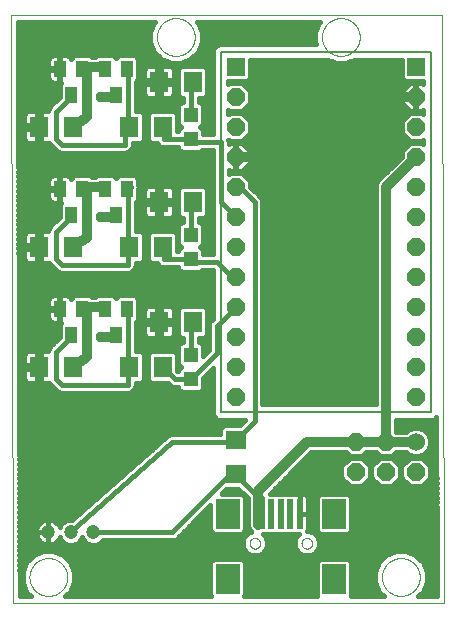
<source format=gtl>
G75*
%MOIN*%
%OFA0B0*%
%FSLAX25Y25*%
%IPPOS*%
%LPD*%
%AMOC8*
5,1,8,0,0,1.08239X$1,22.5*
%
%ADD10C,0.00000*%
%ADD11R,0.04724X0.04724*%
%ADD12C,0.00500*%
%ADD13R,0.05906X0.05906*%
%ADD14OC8,0.05906*%
%ADD15R,0.03937X0.05512*%
%ADD16R,0.06299X0.07098*%
%ADD17R,0.07098X0.06299*%
%ADD18C,0.06000*%
%ADD19OC8,0.06000*%
%ADD20C,0.04724*%
%ADD21R,0.01969X0.09843*%
%ADD22R,0.07874X0.09843*%
%ADD23C,0.01600*%
%ADD24C,0.03200*%
%ADD25C,0.03762*%
D10*
X0004925Y0005550D02*
X0004300Y0201761D01*
X0148001Y0201761D01*
X0148626Y0005550D01*
X0004925Y0005550D01*
X0010501Y0014300D02*
X0010503Y0014458D01*
X0010509Y0014616D01*
X0010519Y0014774D01*
X0010533Y0014932D01*
X0010551Y0015089D01*
X0010572Y0015246D01*
X0010598Y0015402D01*
X0010628Y0015558D01*
X0010661Y0015713D01*
X0010699Y0015866D01*
X0010740Y0016019D01*
X0010785Y0016171D01*
X0010834Y0016322D01*
X0010887Y0016471D01*
X0010943Y0016619D01*
X0011003Y0016765D01*
X0011067Y0016910D01*
X0011135Y0017053D01*
X0011206Y0017195D01*
X0011280Y0017335D01*
X0011358Y0017472D01*
X0011440Y0017608D01*
X0011524Y0017742D01*
X0011613Y0017873D01*
X0011704Y0018002D01*
X0011799Y0018129D01*
X0011896Y0018254D01*
X0011997Y0018376D01*
X0012101Y0018495D01*
X0012208Y0018612D01*
X0012318Y0018726D01*
X0012431Y0018837D01*
X0012546Y0018946D01*
X0012664Y0019051D01*
X0012785Y0019153D01*
X0012908Y0019253D01*
X0013034Y0019349D01*
X0013162Y0019442D01*
X0013292Y0019532D01*
X0013425Y0019618D01*
X0013560Y0019702D01*
X0013696Y0019781D01*
X0013835Y0019858D01*
X0013976Y0019930D01*
X0014118Y0020000D01*
X0014262Y0020065D01*
X0014408Y0020127D01*
X0014555Y0020185D01*
X0014704Y0020240D01*
X0014854Y0020291D01*
X0015005Y0020338D01*
X0015157Y0020381D01*
X0015310Y0020420D01*
X0015465Y0020456D01*
X0015620Y0020487D01*
X0015776Y0020515D01*
X0015932Y0020539D01*
X0016089Y0020559D01*
X0016247Y0020575D01*
X0016404Y0020587D01*
X0016563Y0020595D01*
X0016721Y0020599D01*
X0016879Y0020599D01*
X0017037Y0020595D01*
X0017196Y0020587D01*
X0017353Y0020575D01*
X0017511Y0020559D01*
X0017668Y0020539D01*
X0017824Y0020515D01*
X0017980Y0020487D01*
X0018135Y0020456D01*
X0018290Y0020420D01*
X0018443Y0020381D01*
X0018595Y0020338D01*
X0018746Y0020291D01*
X0018896Y0020240D01*
X0019045Y0020185D01*
X0019192Y0020127D01*
X0019338Y0020065D01*
X0019482Y0020000D01*
X0019624Y0019930D01*
X0019765Y0019858D01*
X0019904Y0019781D01*
X0020040Y0019702D01*
X0020175Y0019618D01*
X0020308Y0019532D01*
X0020438Y0019442D01*
X0020566Y0019349D01*
X0020692Y0019253D01*
X0020815Y0019153D01*
X0020936Y0019051D01*
X0021054Y0018946D01*
X0021169Y0018837D01*
X0021282Y0018726D01*
X0021392Y0018612D01*
X0021499Y0018495D01*
X0021603Y0018376D01*
X0021704Y0018254D01*
X0021801Y0018129D01*
X0021896Y0018002D01*
X0021987Y0017873D01*
X0022076Y0017742D01*
X0022160Y0017608D01*
X0022242Y0017472D01*
X0022320Y0017335D01*
X0022394Y0017195D01*
X0022465Y0017053D01*
X0022533Y0016910D01*
X0022597Y0016765D01*
X0022657Y0016619D01*
X0022713Y0016471D01*
X0022766Y0016322D01*
X0022815Y0016171D01*
X0022860Y0016019D01*
X0022901Y0015866D01*
X0022939Y0015713D01*
X0022972Y0015558D01*
X0023002Y0015402D01*
X0023028Y0015246D01*
X0023049Y0015089D01*
X0023067Y0014932D01*
X0023081Y0014774D01*
X0023091Y0014616D01*
X0023097Y0014458D01*
X0023099Y0014300D01*
X0023097Y0014142D01*
X0023091Y0013984D01*
X0023081Y0013826D01*
X0023067Y0013668D01*
X0023049Y0013511D01*
X0023028Y0013354D01*
X0023002Y0013198D01*
X0022972Y0013042D01*
X0022939Y0012887D01*
X0022901Y0012734D01*
X0022860Y0012581D01*
X0022815Y0012429D01*
X0022766Y0012278D01*
X0022713Y0012129D01*
X0022657Y0011981D01*
X0022597Y0011835D01*
X0022533Y0011690D01*
X0022465Y0011547D01*
X0022394Y0011405D01*
X0022320Y0011265D01*
X0022242Y0011128D01*
X0022160Y0010992D01*
X0022076Y0010858D01*
X0021987Y0010727D01*
X0021896Y0010598D01*
X0021801Y0010471D01*
X0021704Y0010346D01*
X0021603Y0010224D01*
X0021499Y0010105D01*
X0021392Y0009988D01*
X0021282Y0009874D01*
X0021169Y0009763D01*
X0021054Y0009654D01*
X0020936Y0009549D01*
X0020815Y0009447D01*
X0020692Y0009347D01*
X0020566Y0009251D01*
X0020438Y0009158D01*
X0020308Y0009068D01*
X0020175Y0008982D01*
X0020040Y0008898D01*
X0019904Y0008819D01*
X0019765Y0008742D01*
X0019624Y0008670D01*
X0019482Y0008600D01*
X0019338Y0008535D01*
X0019192Y0008473D01*
X0019045Y0008415D01*
X0018896Y0008360D01*
X0018746Y0008309D01*
X0018595Y0008262D01*
X0018443Y0008219D01*
X0018290Y0008180D01*
X0018135Y0008144D01*
X0017980Y0008113D01*
X0017824Y0008085D01*
X0017668Y0008061D01*
X0017511Y0008041D01*
X0017353Y0008025D01*
X0017196Y0008013D01*
X0017037Y0008005D01*
X0016879Y0008001D01*
X0016721Y0008001D01*
X0016563Y0008005D01*
X0016404Y0008013D01*
X0016247Y0008025D01*
X0016089Y0008041D01*
X0015932Y0008061D01*
X0015776Y0008085D01*
X0015620Y0008113D01*
X0015465Y0008144D01*
X0015310Y0008180D01*
X0015157Y0008219D01*
X0015005Y0008262D01*
X0014854Y0008309D01*
X0014704Y0008360D01*
X0014555Y0008415D01*
X0014408Y0008473D01*
X0014262Y0008535D01*
X0014118Y0008600D01*
X0013976Y0008670D01*
X0013835Y0008742D01*
X0013696Y0008819D01*
X0013560Y0008898D01*
X0013425Y0008982D01*
X0013292Y0009068D01*
X0013162Y0009158D01*
X0013034Y0009251D01*
X0012908Y0009347D01*
X0012785Y0009447D01*
X0012664Y0009549D01*
X0012546Y0009654D01*
X0012431Y0009763D01*
X0012318Y0009874D01*
X0012208Y0009988D01*
X0012101Y0010105D01*
X0011997Y0010224D01*
X0011896Y0010346D01*
X0011799Y0010471D01*
X0011704Y0010598D01*
X0011613Y0010727D01*
X0011524Y0010858D01*
X0011440Y0010992D01*
X0011358Y0011128D01*
X0011280Y0011265D01*
X0011206Y0011405D01*
X0011135Y0011547D01*
X0011067Y0011690D01*
X0011003Y0011835D01*
X0010943Y0011981D01*
X0010887Y0012129D01*
X0010834Y0012278D01*
X0010785Y0012429D01*
X0010740Y0012581D01*
X0010699Y0012734D01*
X0010661Y0012887D01*
X0010628Y0013042D01*
X0010598Y0013198D01*
X0010572Y0013354D01*
X0010551Y0013511D01*
X0010533Y0013668D01*
X0010519Y0013826D01*
X0010509Y0013984D01*
X0010503Y0014142D01*
X0010501Y0014300D01*
X0083867Y0025550D02*
X0083869Y0025634D01*
X0083875Y0025717D01*
X0083885Y0025800D01*
X0083899Y0025883D01*
X0083916Y0025965D01*
X0083938Y0026046D01*
X0083963Y0026125D01*
X0083992Y0026204D01*
X0084025Y0026281D01*
X0084061Y0026356D01*
X0084101Y0026430D01*
X0084144Y0026502D01*
X0084191Y0026571D01*
X0084241Y0026638D01*
X0084294Y0026703D01*
X0084350Y0026765D01*
X0084408Y0026825D01*
X0084470Y0026882D01*
X0084534Y0026935D01*
X0084601Y0026986D01*
X0084670Y0027033D01*
X0084741Y0027078D01*
X0084814Y0027118D01*
X0084889Y0027155D01*
X0084966Y0027189D01*
X0085044Y0027219D01*
X0085123Y0027245D01*
X0085204Y0027268D01*
X0085286Y0027286D01*
X0085368Y0027301D01*
X0085451Y0027312D01*
X0085534Y0027319D01*
X0085618Y0027322D01*
X0085702Y0027321D01*
X0085785Y0027316D01*
X0085869Y0027307D01*
X0085951Y0027294D01*
X0086033Y0027278D01*
X0086114Y0027257D01*
X0086195Y0027233D01*
X0086273Y0027205D01*
X0086351Y0027173D01*
X0086427Y0027137D01*
X0086501Y0027098D01*
X0086573Y0027056D01*
X0086643Y0027010D01*
X0086711Y0026961D01*
X0086776Y0026909D01*
X0086839Y0026854D01*
X0086899Y0026796D01*
X0086957Y0026735D01*
X0087011Y0026671D01*
X0087063Y0026605D01*
X0087111Y0026537D01*
X0087156Y0026466D01*
X0087197Y0026393D01*
X0087236Y0026319D01*
X0087270Y0026243D01*
X0087301Y0026165D01*
X0087328Y0026086D01*
X0087352Y0026005D01*
X0087371Y0025924D01*
X0087387Y0025842D01*
X0087399Y0025759D01*
X0087407Y0025675D01*
X0087411Y0025592D01*
X0087411Y0025508D01*
X0087407Y0025425D01*
X0087399Y0025341D01*
X0087387Y0025258D01*
X0087371Y0025176D01*
X0087352Y0025095D01*
X0087328Y0025014D01*
X0087301Y0024935D01*
X0087270Y0024857D01*
X0087236Y0024781D01*
X0087197Y0024707D01*
X0087156Y0024634D01*
X0087111Y0024563D01*
X0087063Y0024495D01*
X0087011Y0024429D01*
X0086957Y0024365D01*
X0086899Y0024304D01*
X0086839Y0024246D01*
X0086776Y0024191D01*
X0086711Y0024139D01*
X0086643Y0024090D01*
X0086573Y0024044D01*
X0086501Y0024002D01*
X0086427Y0023963D01*
X0086351Y0023927D01*
X0086273Y0023895D01*
X0086195Y0023867D01*
X0086114Y0023843D01*
X0086033Y0023822D01*
X0085951Y0023806D01*
X0085869Y0023793D01*
X0085785Y0023784D01*
X0085702Y0023779D01*
X0085618Y0023778D01*
X0085534Y0023781D01*
X0085451Y0023788D01*
X0085368Y0023799D01*
X0085286Y0023814D01*
X0085204Y0023832D01*
X0085123Y0023855D01*
X0085044Y0023881D01*
X0084966Y0023911D01*
X0084889Y0023945D01*
X0084814Y0023982D01*
X0084741Y0024022D01*
X0084670Y0024067D01*
X0084601Y0024114D01*
X0084534Y0024165D01*
X0084470Y0024218D01*
X0084408Y0024275D01*
X0084350Y0024335D01*
X0084294Y0024397D01*
X0084241Y0024462D01*
X0084191Y0024529D01*
X0084144Y0024598D01*
X0084101Y0024670D01*
X0084061Y0024744D01*
X0084025Y0024819D01*
X0083992Y0024896D01*
X0083963Y0024975D01*
X0083938Y0025054D01*
X0083916Y0025135D01*
X0083899Y0025217D01*
X0083885Y0025300D01*
X0083875Y0025383D01*
X0083869Y0025466D01*
X0083867Y0025550D01*
X0101189Y0025550D02*
X0101191Y0025634D01*
X0101197Y0025717D01*
X0101207Y0025800D01*
X0101221Y0025883D01*
X0101238Y0025965D01*
X0101260Y0026046D01*
X0101285Y0026125D01*
X0101314Y0026204D01*
X0101347Y0026281D01*
X0101383Y0026356D01*
X0101423Y0026430D01*
X0101466Y0026502D01*
X0101513Y0026571D01*
X0101563Y0026638D01*
X0101616Y0026703D01*
X0101672Y0026765D01*
X0101730Y0026825D01*
X0101792Y0026882D01*
X0101856Y0026935D01*
X0101923Y0026986D01*
X0101992Y0027033D01*
X0102063Y0027078D01*
X0102136Y0027118D01*
X0102211Y0027155D01*
X0102288Y0027189D01*
X0102366Y0027219D01*
X0102445Y0027245D01*
X0102526Y0027268D01*
X0102608Y0027286D01*
X0102690Y0027301D01*
X0102773Y0027312D01*
X0102856Y0027319D01*
X0102940Y0027322D01*
X0103024Y0027321D01*
X0103107Y0027316D01*
X0103191Y0027307D01*
X0103273Y0027294D01*
X0103355Y0027278D01*
X0103436Y0027257D01*
X0103517Y0027233D01*
X0103595Y0027205D01*
X0103673Y0027173D01*
X0103749Y0027137D01*
X0103823Y0027098D01*
X0103895Y0027056D01*
X0103965Y0027010D01*
X0104033Y0026961D01*
X0104098Y0026909D01*
X0104161Y0026854D01*
X0104221Y0026796D01*
X0104279Y0026735D01*
X0104333Y0026671D01*
X0104385Y0026605D01*
X0104433Y0026537D01*
X0104478Y0026466D01*
X0104519Y0026393D01*
X0104558Y0026319D01*
X0104592Y0026243D01*
X0104623Y0026165D01*
X0104650Y0026086D01*
X0104674Y0026005D01*
X0104693Y0025924D01*
X0104709Y0025842D01*
X0104721Y0025759D01*
X0104729Y0025675D01*
X0104733Y0025592D01*
X0104733Y0025508D01*
X0104729Y0025425D01*
X0104721Y0025341D01*
X0104709Y0025258D01*
X0104693Y0025176D01*
X0104674Y0025095D01*
X0104650Y0025014D01*
X0104623Y0024935D01*
X0104592Y0024857D01*
X0104558Y0024781D01*
X0104519Y0024707D01*
X0104478Y0024634D01*
X0104433Y0024563D01*
X0104385Y0024495D01*
X0104333Y0024429D01*
X0104279Y0024365D01*
X0104221Y0024304D01*
X0104161Y0024246D01*
X0104098Y0024191D01*
X0104033Y0024139D01*
X0103965Y0024090D01*
X0103895Y0024044D01*
X0103823Y0024002D01*
X0103749Y0023963D01*
X0103673Y0023927D01*
X0103595Y0023895D01*
X0103517Y0023867D01*
X0103436Y0023843D01*
X0103355Y0023822D01*
X0103273Y0023806D01*
X0103191Y0023793D01*
X0103107Y0023784D01*
X0103024Y0023779D01*
X0102940Y0023778D01*
X0102856Y0023781D01*
X0102773Y0023788D01*
X0102690Y0023799D01*
X0102608Y0023814D01*
X0102526Y0023832D01*
X0102445Y0023855D01*
X0102366Y0023881D01*
X0102288Y0023911D01*
X0102211Y0023945D01*
X0102136Y0023982D01*
X0102063Y0024022D01*
X0101992Y0024067D01*
X0101923Y0024114D01*
X0101856Y0024165D01*
X0101792Y0024218D01*
X0101730Y0024275D01*
X0101672Y0024335D01*
X0101616Y0024397D01*
X0101563Y0024462D01*
X0101513Y0024529D01*
X0101466Y0024598D01*
X0101423Y0024670D01*
X0101383Y0024744D01*
X0101347Y0024819D01*
X0101314Y0024896D01*
X0101285Y0024975D01*
X0101260Y0025054D01*
X0101238Y0025135D01*
X0101221Y0025217D01*
X0101207Y0025300D01*
X0101197Y0025383D01*
X0101191Y0025466D01*
X0101189Y0025550D01*
X0128001Y0014300D02*
X0128003Y0014458D01*
X0128009Y0014616D01*
X0128019Y0014774D01*
X0128033Y0014932D01*
X0128051Y0015089D01*
X0128072Y0015246D01*
X0128098Y0015402D01*
X0128128Y0015558D01*
X0128161Y0015713D01*
X0128199Y0015866D01*
X0128240Y0016019D01*
X0128285Y0016171D01*
X0128334Y0016322D01*
X0128387Y0016471D01*
X0128443Y0016619D01*
X0128503Y0016765D01*
X0128567Y0016910D01*
X0128635Y0017053D01*
X0128706Y0017195D01*
X0128780Y0017335D01*
X0128858Y0017472D01*
X0128940Y0017608D01*
X0129024Y0017742D01*
X0129113Y0017873D01*
X0129204Y0018002D01*
X0129299Y0018129D01*
X0129396Y0018254D01*
X0129497Y0018376D01*
X0129601Y0018495D01*
X0129708Y0018612D01*
X0129818Y0018726D01*
X0129931Y0018837D01*
X0130046Y0018946D01*
X0130164Y0019051D01*
X0130285Y0019153D01*
X0130408Y0019253D01*
X0130534Y0019349D01*
X0130662Y0019442D01*
X0130792Y0019532D01*
X0130925Y0019618D01*
X0131060Y0019702D01*
X0131196Y0019781D01*
X0131335Y0019858D01*
X0131476Y0019930D01*
X0131618Y0020000D01*
X0131762Y0020065D01*
X0131908Y0020127D01*
X0132055Y0020185D01*
X0132204Y0020240D01*
X0132354Y0020291D01*
X0132505Y0020338D01*
X0132657Y0020381D01*
X0132810Y0020420D01*
X0132965Y0020456D01*
X0133120Y0020487D01*
X0133276Y0020515D01*
X0133432Y0020539D01*
X0133589Y0020559D01*
X0133747Y0020575D01*
X0133904Y0020587D01*
X0134063Y0020595D01*
X0134221Y0020599D01*
X0134379Y0020599D01*
X0134537Y0020595D01*
X0134696Y0020587D01*
X0134853Y0020575D01*
X0135011Y0020559D01*
X0135168Y0020539D01*
X0135324Y0020515D01*
X0135480Y0020487D01*
X0135635Y0020456D01*
X0135790Y0020420D01*
X0135943Y0020381D01*
X0136095Y0020338D01*
X0136246Y0020291D01*
X0136396Y0020240D01*
X0136545Y0020185D01*
X0136692Y0020127D01*
X0136838Y0020065D01*
X0136982Y0020000D01*
X0137124Y0019930D01*
X0137265Y0019858D01*
X0137404Y0019781D01*
X0137540Y0019702D01*
X0137675Y0019618D01*
X0137808Y0019532D01*
X0137938Y0019442D01*
X0138066Y0019349D01*
X0138192Y0019253D01*
X0138315Y0019153D01*
X0138436Y0019051D01*
X0138554Y0018946D01*
X0138669Y0018837D01*
X0138782Y0018726D01*
X0138892Y0018612D01*
X0138999Y0018495D01*
X0139103Y0018376D01*
X0139204Y0018254D01*
X0139301Y0018129D01*
X0139396Y0018002D01*
X0139487Y0017873D01*
X0139576Y0017742D01*
X0139660Y0017608D01*
X0139742Y0017472D01*
X0139820Y0017335D01*
X0139894Y0017195D01*
X0139965Y0017053D01*
X0140033Y0016910D01*
X0140097Y0016765D01*
X0140157Y0016619D01*
X0140213Y0016471D01*
X0140266Y0016322D01*
X0140315Y0016171D01*
X0140360Y0016019D01*
X0140401Y0015866D01*
X0140439Y0015713D01*
X0140472Y0015558D01*
X0140502Y0015402D01*
X0140528Y0015246D01*
X0140549Y0015089D01*
X0140567Y0014932D01*
X0140581Y0014774D01*
X0140591Y0014616D01*
X0140597Y0014458D01*
X0140599Y0014300D01*
X0140597Y0014142D01*
X0140591Y0013984D01*
X0140581Y0013826D01*
X0140567Y0013668D01*
X0140549Y0013511D01*
X0140528Y0013354D01*
X0140502Y0013198D01*
X0140472Y0013042D01*
X0140439Y0012887D01*
X0140401Y0012734D01*
X0140360Y0012581D01*
X0140315Y0012429D01*
X0140266Y0012278D01*
X0140213Y0012129D01*
X0140157Y0011981D01*
X0140097Y0011835D01*
X0140033Y0011690D01*
X0139965Y0011547D01*
X0139894Y0011405D01*
X0139820Y0011265D01*
X0139742Y0011128D01*
X0139660Y0010992D01*
X0139576Y0010858D01*
X0139487Y0010727D01*
X0139396Y0010598D01*
X0139301Y0010471D01*
X0139204Y0010346D01*
X0139103Y0010224D01*
X0138999Y0010105D01*
X0138892Y0009988D01*
X0138782Y0009874D01*
X0138669Y0009763D01*
X0138554Y0009654D01*
X0138436Y0009549D01*
X0138315Y0009447D01*
X0138192Y0009347D01*
X0138066Y0009251D01*
X0137938Y0009158D01*
X0137808Y0009068D01*
X0137675Y0008982D01*
X0137540Y0008898D01*
X0137404Y0008819D01*
X0137265Y0008742D01*
X0137124Y0008670D01*
X0136982Y0008600D01*
X0136838Y0008535D01*
X0136692Y0008473D01*
X0136545Y0008415D01*
X0136396Y0008360D01*
X0136246Y0008309D01*
X0136095Y0008262D01*
X0135943Y0008219D01*
X0135790Y0008180D01*
X0135635Y0008144D01*
X0135480Y0008113D01*
X0135324Y0008085D01*
X0135168Y0008061D01*
X0135011Y0008041D01*
X0134853Y0008025D01*
X0134696Y0008013D01*
X0134537Y0008005D01*
X0134379Y0008001D01*
X0134221Y0008001D01*
X0134063Y0008005D01*
X0133904Y0008013D01*
X0133747Y0008025D01*
X0133589Y0008041D01*
X0133432Y0008061D01*
X0133276Y0008085D01*
X0133120Y0008113D01*
X0132965Y0008144D01*
X0132810Y0008180D01*
X0132657Y0008219D01*
X0132505Y0008262D01*
X0132354Y0008309D01*
X0132204Y0008360D01*
X0132055Y0008415D01*
X0131908Y0008473D01*
X0131762Y0008535D01*
X0131618Y0008600D01*
X0131476Y0008670D01*
X0131335Y0008742D01*
X0131196Y0008819D01*
X0131060Y0008898D01*
X0130925Y0008982D01*
X0130792Y0009068D01*
X0130662Y0009158D01*
X0130534Y0009251D01*
X0130408Y0009347D01*
X0130285Y0009447D01*
X0130164Y0009549D01*
X0130046Y0009654D01*
X0129931Y0009763D01*
X0129818Y0009874D01*
X0129708Y0009988D01*
X0129601Y0010105D01*
X0129497Y0010224D01*
X0129396Y0010346D01*
X0129299Y0010471D01*
X0129204Y0010598D01*
X0129113Y0010727D01*
X0129024Y0010858D01*
X0128940Y0010992D01*
X0128858Y0011128D01*
X0128780Y0011265D01*
X0128706Y0011405D01*
X0128635Y0011547D01*
X0128567Y0011690D01*
X0128503Y0011835D01*
X0128443Y0011981D01*
X0128387Y0012129D01*
X0128334Y0012278D01*
X0128285Y0012429D01*
X0128240Y0012581D01*
X0128199Y0012734D01*
X0128161Y0012887D01*
X0128128Y0013042D01*
X0128098Y0013198D01*
X0128072Y0013354D01*
X0128051Y0013511D01*
X0128033Y0013668D01*
X0128019Y0013826D01*
X0128009Y0013984D01*
X0128003Y0014142D01*
X0128001Y0014300D01*
X0108001Y0194300D02*
X0108003Y0194458D01*
X0108009Y0194616D01*
X0108019Y0194774D01*
X0108033Y0194932D01*
X0108051Y0195089D01*
X0108072Y0195246D01*
X0108098Y0195402D01*
X0108128Y0195558D01*
X0108161Y0195713D01*
X0108199Y0195866D01*
X0108240Y0196019D01*
X0108285Y0196171D01*
X0108334Y0196322D01*
X0108387Y0196471D01*
X0108443Y0196619D01*
X0108503Y0196765D01*
X0108567Y0196910D01*
X0108635Y0197053D01*
X0108706Y0197195D01*
X0108780Y0197335D01*
X0108858Y0197472D01*
X0108940Y0197608D01*
X0109024Y0197742D01*
X0109113Y0197873D01*
X0109204Y0198002D01*
X0109299Y0198129D01*
X0109396Y0198254D01*
X0109497Y0198376D01*
X0109601Y0198495D01*
X0109708Y0198612D01*
X0109818Y0198726D01*
X0109931Y0198837D01*
X0110046Y0198946D01*
X0110164Y0199051D01*
X0110285Y0199153D01*
X0110408Y0199253D01*
X0110534Y0199349D01*
X0110662Y0199442D01*
X0110792Y0199532D01*
X0110925Y0199618D01*
X0111060Y0199702D01*
X0111196Y0199781D01*
X0111335Y0199858D01*
X0111476Y0199930D01*
X0111618Y0200000D01*
X0111762Y0200065D01*
X0111908Y0200127D01*
X0112055Y0200185D01*
X0112204Y0200240D01*
X0112354Y0200291D01*
X0112505Y0200338D01*
X0112657Y0200381D01*
X0112810Y0200420D01*
X0112965Y0200456D01*
X0113120Y0200487D01*
X0113276Y0200515D01*
X0113432Y0200539D01*
X0113589Y0200559D01*
X0113747Y0200575D01*
X0113904Y0200587D01*
X0114063Y0200595D01*
X0114221Y0200599D01*
X0114379Y0200599D01*
X0114537Y0200595D01*
X0114696Y0200587D01*
X0114853Y0200575D01*
X0115011Y0200559D01*
X0115168Y0200539D01*
X0115324Y0200515D01*
X0115480Y0200487D01*
X0115635Y0200456D01*
X0115790Y0200420D01*
X0115943Y0200381D01*
X0116095Y0200338D01*
X0116246Y0200291D01*
X0116396Y0200240D01*
X0116545Y0200185D01*
X0116692Y0200127D01*
X0116838Y0200065D01*
X0116982Y0200000D01*
X0117124Y0199930D01*
X0117265Y0199858D01*
X0117404Y0199781D01*
X0117540Y0199702D01*
X0117675Y0199618D01*
X0117808Y0199532D01*
X0117938Y0199442D01*
X0118066Y0199349D01*
X0118192Y0199253D01*
X0118315Y0199153D01*
X0118436Y0199051D01*
X0118554Y0198946D01*
X0118669Y0198837D01*
X0118782Y0198726D01*
X0118892Y0198612D01*
X0118999Y0198495D01*
X0119103Y0198376D01*
X0119204Y0198254D01*
X0119301Y0198129D01*
X0119396Y0198002D01*
X0119487Y0197873D01*
X0119576Y0197742D01*
X0119660Y0197608D01*
X0119742Y0197472D01*
X0119820Y0197335D01*
X0119894Y0197195D01*
X0119965Y0197053D01*
X0120033Y0196910D01*
X0120097Y0196765D01*
X0120157Y0196619D01*
X0120213Y0196471D01*
X0120266Y0196322D01*
X0120315Y0196171D01*
X0120360Y0196019D01*
X0120401Y0195866D01*
X0120439Y0195713D01*
X0120472Y0195558D01*
X0120502Y0195402D01*
X0120528Y0195246D01*
X0120549Y0195089D01*
X0120567Y0194932D01*
X0120581Y0194774D01*
X0120591Y0194616D01*
X0120597Y0194458D01*
X0120599Y0194300D01*
X0120597Y0194142D01*
X0120591Y0193984D01*
X0120581Y0193826D01*
X0120567Y0193668D01*
X0120549Y0193511D01*
X0120528Y0193354D01*
X0120502Y0193198D01*
X0120472Y0193042D01*
X0120439Y0192887D01*
X0120401Y0192734D01*
X0120360Y0192581D01*
X0120315Y0192429D01*
X0120266Y0192278D01*
X0120213Y0192129D01*
X0120157Y0191981D01*
X0120097Y0191835D01*
X0120033Y0191690D01*
X0119965Y0191547D01*
X0119894Y0191405D01*
X0119820Y0191265D01*
X0119742Y0191128D01*
X0119660Y0190992D01*
X0119576Y0190858D01*
X0119487Y0190727D01*
X0119396Y0190598D01*
X0119301Y0190471D01*
X0119204Y0190346D01*
X0119103Y0190224D01*
X0118999Y0190105D01*
X0118892Y0189988D01*
X0118782Y0189874D01*
X0118669Y0189763D01*
X0118554Y0189654D01*
X0118436Y0189549D01*
X0118315Y0189447D01*
X0118192Y0189347D01*
X0118066Y0189251D01*
X0117938Y0189158D01*
X0117808Y0189068D01*
X0117675Y0188982D01*
X0117540Y0188898D01*
X0117404Y0188819D01*
X0117265Y0188742D01*
X0117124Y0188670D01*
X0116982Y0188600D01*
X0116838Y0188535D01*
X0116692Y0188473D01*
X0116545Y0188415D01*
X0116396Y0188360D01*
X0116246Y0188309D01*
X0116095Y0188262D01*
X0115943Y0188219D01*
X0115790Y0188180D01*
X0115635Y0188144D01*
X0115480Y0188113D01*
X0115324Y0188085D01*
X0115168Y0188061D01*
X0115011Y0188041D01*
X0114853Y0188025D01*
X0114696Y0188013D01*
X0114537Y0188005D01*
X0114379Y0188001D01*
X0114221Y0188001D01*
X0114063Y0188005D01*
X0113904Y0188013D01*
X0113747Y0188025D01*
X0113589Y0188041D01*
X0113432Y0188061D01*
X0113276Y0188085D01*
X0113120Y0188113D01*
X0112965Y0188144D01*
X0112810Y0188180D01*
X0112657Y0188219D01*
X0112505Y0188262D01*
X0112354Y0188309D01*
X0112204Y0188360D01*
X0112055Y0188415D01*
X0111908Y0188473D01*
X0111762Y0188535D01*
X0111618Y0188600D01*
X0111476Y0188670D01*
X0111335Y0188742D01*
X0111196Y0188819D01*
X0111060Y0188898D01*
X0110925Y0188982D01*
X0110792Y0189068D01*
X0110662Y0189158D01*
X0110534Y0189251D01*
X0110408Y0189347D01*
X0110285Y0189447D01*
X0110164Y0189549D01*
X0110046Y0189654D01*
X0109931Y0189763D01*
X0109818Y0189874D01*
X0109708Y0189988D01*
X0109601Y0190105D01*
X0109497Y0190224D01*
X0109396Y0190346D01*
X0109299Y0190471D01*
X0109204Y0190598D01*
X0109113Y0190727D01*
X0109024Y0190858D01*
X0108940Y0190992D01*
X0108858Y0191128D01*
X0108780Y0191265D01*
X0108706Y0191405D01*
X0108635Y0191547D01*
X0108567Y0191690D01*
X0108503Y0191835D01*
X0108443Y0191981D01*
X0108387Y0192129D01*
X0108334Y0192278D01*
X0108285Y0192429D01*
X0108240Y0192581D01*
X0108199Y0192734D01*
X0108161Y0192887D01*
X0108128Y0193042D01*
X0108098Y0193198D01*
X0108072Y0193354D01*
X0108051Y0193511D01*
X0108033Y0193668D01*
X0108019Y0193826D01*
X0108009Y0193984D01*
X0108003Y0194142D01*
X0108001Y0194300D01*
X0053001Y0194300D02*
X0053003Y0194458D01*
X0053009Y0194616D01*
X0053019Y0194774D01*
X0053033Y0194932D01*
X0053051Y0195089D01*
X0053072Y0195246D01*
X0053098Y0195402D01*
X0053128Y0195558D01*
X0053161Y0195713D01*
X0053199Y0195866D01*
X0053240Y0196019D01*
X0053285Y0196171D01*
X0053334Y0196322D01*
X0053387Y0196471D01*
X0053443Y0196619D01*
X0053503Y0196765D01*
X0053567Y0196910D01*
X0053635Y0197053D01*
X0053706Y0197195D01*
X0053780Y0197335D01*
X0053858Y0197472D01*
X0053940Y0197608D01*
X0054024Y0197742D01*
X0054113Y0197873D01*
X0054204Y0198002D01*
X0054299Y0198129D01*
X0054396Y0198254D01*
X0054497Y0198376D01*
X0054601Y0198495D01*
X0054708Y0198612D01*
X0054818Y0198726D01*
X0054931Y0198837D01*
X0055046Y0198946D01*
X0055164Y0199051D01*
X0055285Y0199153D01*
X0055408Y0199253D01*
X0055534Y0199349D01*
X0055662Y0199442D01*
X0055792Y0199532D01*
X0055925Y0199618D01*
X0056060Y0199702D01*
X0056196Y0199781D01*
X0056335Y0199858D01*
X0056476Y0199930D01*
X0056618Y0200000D01*
X0056762Y0200065D01*
X0056908Y0200127D01*
X0057055Y0200185D01*
X0057204Y0200240D01*
X0057354Y0200291D01*
X0057505Y0200338D01*
X0057657Y0200381D01*
X0057810Y0200420D01*
X0057965Y0200456D01*
X0058120Y0200487D01*
X0058276Y0200515D01*
X0058432Y0200539D01*
X0058589Y0200559D01*
X0058747Y0200575D01*
X0058904Y0200587D01*
X0059063Y0200595D01*
X0059221Y0200599D01*
X0059379Y0200599D01*
X0059537Y0200595D01*
X0059696Y0200587D01*
X0059853Y0200575D01*
X0060011Y0200559D01*
X0060168Y0200539D01*
X0060324Y0200515D01*
X0060480Y0200487D01*
X0060635Y0200456D01*
X0060790Y0200420D01*
X0060943Y0200381D01*
X0061095Y0200338D01*
X0061246Y0200291D01*
X0061396Y0200240D01*
X0061545Y0200185D01*
X0061692Y0200127D01*
X0061838Y0200065D01*
X0061982Y0200000D01*
X0062124Y0199930D01*
X0062265Y0199858D01*
X0062404Y0199781D01*
X0062540Y0199702D01*
X0062675Y0199618D01*
X0062808Y0199532D01*
X0062938Y0199442D01*
X0063066Y0199349D01*
X0063192Y0199253D01*
X0063315Y0199153D01*
X0063436Y0199051D01*
X0063554Y0198946D01*
X0063669Y0198837D01*
X0063782Y0198726D01*
X0063892Y0198612D01*
X0063999Y0198495D01*
X0064103Y0198376D01*
X0064204Y0198254D01*
X0064301Y0198129D01*
X0064396Y0198002D01*
X0064487Y0197873D01*
X0064576Y0197742D01*
X0064660Y0197608D01*
X0064742Y0197472D01*
X0064820Y0197335D01*
X0064894Y0197195D01*
X0064965Y0197053D01*
X0065033Y0196910D01*
X0065097Y0196765D01*
X0065157Y0196619D01*
X0065213Y0196471D01*
X0065266Y0196322D01*
X0065315Y0196171D01*
X0065360Y0196019D01*
X0065401Y0195866D01*
X0065439Y0195713D01*
X0065472Y0195558D01*
X0065502Y0195402D01*
X0065528Y0195246D01*
X0065549Y0195089D01*
X0065567Y0194932D01*
X0065581Y0194774D01*
X0065591Y0194616D01*
X0065597Y0194458D01*
X0065599Y0194300D01*
X0065597Y0194142D01*
X0065591Y0193984D01*
X0065581Y0193826D01*
X0065567Y0193668D01*
X0065549Y0193511D01*
X0065528Y0193354D01*
X0065502Y0193198D01*
X0065472Y0193042D01*
X0065439Y0192887D01*
X0065401Y0192734D01*
X0065360Y0192581D01*
X0065315Y0192429D01*
X0065266Y0192278D01*
X0065213Y0192129D01*
X0065157Y0191981D01*
X0065097Y0191835D01*
X0065033Y0191690D01*
X0064965Y0191547D01*
X0064894Y0191405D01*
X0064820Y0191265D01*
X0064742Y0191128D01*
X0064660Y0190992D01*
X0064576Y0190858D01*
X0064487Y0190727D01*
X0064396Y0190598D01*
X0064301Y0190471D01*
X0064204Y0190346D01*
X0064103Y0190224D01*
X0063999Y0190105D01*
X0063892Y0189988D01*
X0063782Y0189874D01*
X0063669Y0189763D01*
X0063554Y0189654D01*
X0063436Y0189549D01*
X0063315Y0189447D01*
X0063192Y0189347D01*
X0063066Y0189251D01*
X0062938Y0189158D01*
X0062808Y0189068D01*
X0062675Y0188982D01*
X0062540Y0188898D01*
X0062404Y0188819D01*
X0062265Y0188742D01*
X0062124Y0188670D01*
X0061982Y0188600D01*
X0061838Y0188535D01*
X0061692Y0188473D01*
X0061545Y0188415D01*
X0061396Y0188360D01*
X0061246Y0188309D01*
X0061095Y0188262D01*
X0060943Y0188219D01*
X0060790Y0188180D01*
X0060635Y0188144D01*
X0060480Y0188113D01*
X0060324Y0188085D01*
X0060168Y0188061D01*
X0060011Y0188041D01*
X0059853Y0188025D01*
X0059696Y0188013D01*
X0059537Y0188005D01*
X0059379Y0188001D01*
X0059221Y0188001D01*
X0059063Y0188005D01*
X0058904Y0188013D01*
X0058747Y0188025D01*
X0058589Y0188041D01*
X0058432Y0188061D01*
X0058276Y0188085D01*
X0058120Y0188113D01*
X0057965Y0188144D01*
X0057810Y0188180D01*
X0057657Y0188219D01*
X0057505Y0188262D01*
X0057354Y0188309D01*
X0057204Y0188360D01*
X0057055Y0188415D01*
X0056908Y0188473D01*
X0056762Y0188535D01*
X0056618Y0188600D01*
X0056476Y0188670D01*
X0056335Y0188742D01*
X0056196Y0188819D01*
X0056060Y0188898D01*
X0055925Y0188982D01*
X0055792Y0189068D01*
X0055662Y0189158D01*
X0055534Y0189251D01*
X0055408Y0189347D01*
X0055285Y0189447D01*
X0055164Y0189549D01*
X0055046Y0189654D01*
X0054931Y0189763D01*
X0054818Y0189874D01*
X0054708Y0189988D01*
X0054601Y0190105D01*
X0054497Y0190224D01*
X0054396Y0190346D01*
X0054299Y0190471D01*
X0054204Y0190598D01*
X0054113Y0190727D01*
X0054024Y0190858D01*
X0053940Y0190992D01*
X0053858Y0191128D01*
X0053780Y0191265D01*
X0053706Y0191405D01*
X0053635Y0191547D01*
X0053567Y0191690D01*
X0053503Y0191835D01*
X0053443Y0191981D01*
X0053387Y0192129D01*
X0053334Y0192278D01*
X0053285Y0192429D01*
X0053240Y0192581D01*
X0053199Y0192734D01*
X0053161Y0192887D01*
X0053128Y0193042D01*
X0053098Y0193198D01*
X0053072Y0193354D01*
X0053051Y0193511D01*
X0053033Y0193668D01*
X0053019Y0193826D01*
X0053009Y0193984D01*
X0053003Y0194142D01*
X0053001Y0194300D01*
D11*
X0064300Y0168434D03*
X0064300Y0160166D03*
X0064300Y0128434D03*
X0064300Y0120166D03*
X0064300Y0088434D03*
X0064300Y0080166D03*
D12*
X0074300Y0069300D02*
X0074300Y0189300D01*
X0144300Y0189300D01*
X0144300Y0069300D01*
X0074300Y0069300D01*
D13*
X0079300Y0184300D03*
X0139300Y0184300D03*
D14*
X0139300Y0174300D03*
X0139300Y0164300D03*
X0139300Y0154300D03*
X0139300Y0144300D03*
X0139300Y0134300D03*
X0139300Y0124300D03*
X0139300Y0114300D03*
X0139300Y0104300D03*
X0139300Y0094300D03*
X0139300Y0084300D03*
X0139300Y0074300D03*
X0079300Y0074300D03*
X0079300Y0084300D03*
X0079300Y0094300D03*
X0079300Y0104300D03*
X0079300Y0114300D03*
X0079300Y0124300D03*
X0079300Y0134300D03*
X0079300Y0144300D03*
X0079300Y0154300D03*
X0079300Y0164300D03*
X0079300Y0174300D03*
D15*
X0043040Y0183631D03*
X0035560Y0183631D03*
X0028040Y0183631D03*
X0020560Y0183631D03*
X0024300Y0174969D03*
X0039300Y0174969D03*
X0035560Y0143631D03*
X0039300Y0134969D03*
X0043040Y0143631D03*
X0028040Y0143631D03*
X0024300Y0134969D03*
X0020560Y0143631D03*
X0020560Y0103631D03*
X0024300Y0094969D03*
X0028040Y0103631D03*
X0035560Y0103631D03*
X0039300Y0094969D03*
X0043040Y0103631D03*
D16*
X0053702Y0099300D03*
X0064898Y0099300D03*
X0054898Y0084300D03*
X0043702Y0084300D03*
X0024898Y0084300D03*
X0013702Y0084300D03*
X0013702Y0124300D03*
X0024898Y0124300D03*
X0043702Y0124300D03*
X0053702Y0139300D03*
X0064898Y0139300D03*
X0054898Y0124300D03*
X0054898Y0164300D03*
X0053702Y0179300D03*
X0064898Y0179300D03*
X0043702Y0164300D03*
X0024898Y0164300D03*
X0013702Y0164300D03*
D17*
X0079300Y0059898D03*
X0079300Y0048702D03*
D18*
X0139300Y0059300D03*
D19*
X0139300Y0049300D03*
X0129300Y0049300D03*
X0129300Y0059300D03*
X0119300Y0059300D03*
X0119300Y0049300D03*
D20*
X0031800Y0029300D03*
X0024300Y0029300D03*
X0016800Y0029300D03*
D21*
X0088001Y0035393D03*
X0091150Y0035393D03*
X0094300Y0035393D03*
X0097450Y0035393D03*
X0100599Y0035393D03*
D22*
X0112017Y0035393D03*
X0112017Y0013739D03*
X0076583Y0013739D03*
X0076583Y0035393D03*
D23*
X0070846Y0029726D02*
X0071901Y0028671D01*
X0081266Y0028671D01*
X0082320Y0029726D01*
X0082320Y0041059D01*
X0081266Y0042114D01*
X0074541Y0042114D01*
X0076179Y0043752D01*
X0080171Y0043752D01*
X0083400Y0040523D01*
X0083400Y0031124D01*
X0083918Y0029874D01*
X0084363Y0029429D01*
X0083332Y0029002D01*
X0082187Y0027856D01*
X0081567Y0026360D01*
X0081567Y0024740D01*
X0082187Y0023244D01*
X0083332Y0022098D01*
X0084829Y0021478D01*
X0086448Y0021478D01*
X0087945Y0022098D01*
X0089090Y0023244D01*
X0089710Y0024740D01*
X0089710Y0026360D01*
X0089090Y0027856D01*
X0088275Y0028671D01*
X0099179Y0028671D01*
X0099221Y0028713D01*
X0099378Y0028671D01*
X0100324Y0028671D01*
X0099510Y0027856D01*
X0098890Y0026360D01*
X0098890Y0024740D01*
X0099510Y0023244D01*
X0100655Y0022098D01*
X0102152Y0021478D01*
X0103771Y0021478D01*
X0105268Y0022098D01*
X0106413Y0023244D01*
X0107033Y0024740D01*
X0107033Y0026360D01*
X0106413Y0027856D01*
X0105268Y0029002D01*
X0103771Y0029622D01*
X0103171Y0029622D01*
X0103261Y0029776D01*
X0103383Y0030234D01*
X0103383Y0035392D01*
X0100599Y0035392D01*
X0100599Y0035393D01*
X0100599Y0042114D01*
X0099378Y0042114D01*
X0099221Y0042072D01*
X0099179Y0042114D01*
X0090672Y0042114D01*
X0104458Y0055900D01*
X0115912Y0055900D01*
X0117312Y0054500D01*
X0121288Y0054500D01*
X0122688Y0055900D01*
X0125912Y0055900D01*
X0127312Y0054500D01*
X0131288Y0054500D01*
X0132688Y0055900D01*
X0135912Y0055900D01*
X0136581Y0055231D01*
X0138345Y0054500D01*
X0140255Y0054500D01*
X0142019Y0055231D01*
X0143369Y0056581D01*
X0144100Y0058345D01*
X0144100Y0060255D01*
X0143369Y0062019D01*
X0142019Y0063369D01*
X0140255Y0064100D01*
X0138345Y0064100D01*
X0136581Y0063369D01*
X0135912Y0062700D01*
X0132700Y0062700D01*
X0132700Y0066750D01*
X0144807Y0066750D01*
X0145744Y0067138D01*
X0146128Y0067522D01*
X0146318Y0007850D01*
X0140011Y0007850D01*
X0141590Y0009429D01*
X0142899Y0012590D01*
X0142899Y0016010D01*
X0141590Y0019171D01*
X0139171Y0021590D01*
X0136010Y0022899D01*
X0132590Y0022899D01*
X0129429Y0021590D01*
X0127010Y0019171D01*
X0125701Y0016010D01*
X0125701Y0012590D01*
X0127010Y0009429D01*
X0128589Y0007850D01*
X0117531Y0007850D01*
X0117754Y0008072D01*
X0117754Y0019406D01*
X0116699Y0020460D01*
X0107334Y0020460D01*
X0106280Y0019406D01*
X0106280Y0008072D01*
X0106502Y0007850D01*
X0082098Y0007850D01*
X0082320Y0008072D01*
X0082320Y0019406D01*
X0081266Y0020460D01*
X0071901Y0020460D01*
X0070846Y0019406D01*
X0070846Y0008072D01*
X0071069Y0007850D01*
X0022511Y0007850D01*
X0024090Y0009429D01*
X0025399Y0012590D01*
X0025399Y0016010D01*
X0024090Y0019171D01*
X0021671Y0021590D01*
X0018510Y0022899D01*
X0015090Y0022899D01*
X0011929Y0021590D01*
X0009510Y0019171D01*
X0008201Y0016010D01*
X0008201Y0012590D01*
X0009510Y0009429D01*
X0011089Y0007850D01*
X0007218Y0007850D01*
X0006607Y0199461D01*
X0052300Y0199461D01*
X0052010Y0199171D01*
X0050701Y0196010D01*
X0050701Y0192590D01*
X0052010Y0189429D01*
X0054429Y0187010D01*
X0057590Y0185701D01*
X0061010Y0185701D01*
X0064171Y0187010D01*
X0066590Y0189429D01*
X0067899Y0192590D01*
X0067899Y0196010D01*
X0066590Y0199171D01*
X0066300Y0199461D01*
X0107300Y0199461D01*
X0107010Y0199171D01*
X0105701Y0196010D01*
X0105701Y0192590D01*
X0106007Y0191850D01*
X0073793Y0191850D01*
X0072856Y0191462D01*
X0072138Y0190744D01*
X0071750Y0189807D01*
X0071750Y0161900D01*
X0068462Y0161900D01*
X0068462Y0163274D01*
X0067436Y0164300D01*
X0068462Y0165326D01*
X0068462Y0171542D01*
X0067408Y0172596D01*
X0066900Y0172596D01*
X0066900Y0173951D01*
X0068794Y0173951D01*
X0069848Y0175005D01*
X0069848Y0183595D01*
X0068794Y0184649D01*
X0061003Y0184649D01*
X0059949Y0183595D01*
X0059949Y0175005D01*
X0061003Y0173951D01*
X0061700Y0173951D01*
X0061700Y0172596D01*
X0061192Y0172596D01*
X0060138Y0171542D01*
X0060138Y0165326D01*
X0061164Y0164300D01*
X0060138Y0163274D01*
X0060138Y0162900D01*
X0059848Y0162900D01*
X0059848Y0168595D01*
X0058794Y0169649D01*
X0051003Y0169649D01*
X0049949Y0168595D01*
X0049949Y0160005D01*
X0051003Y0158951D01*
X0053045Y0158951D01*
X0053096Y0158827D01*
X0053827Y0158096D01*
X0054783Y0157700D01*
X0060138Y0157700D01*
X0060138Y0157058D01*
X0061192Y0156004D01*
X0067408Y0156004D01*
X0068104Y0156700D01*
X0071700Y0156700D01*
X0071700Y0138783D01*
X0071750Y0138662D01*
X0071750Y0121900D01*
X0068462Y0121900D01*
X0068462Y0123274D01*
X0067436Y0124300D01*
X0068462Y0125326D01*
X0068462Y0131542D01*
X0067408Y0132596D01*
X0066900Y0132596D01*
X0066900Y0133951D01*
X0068794Y0133951D01*
X0069848Y0135005D01*
X0069848Y0143595D01*
X0068794Y0144649D01*
X0061003Y0144649D01*
X0059949Y0143595D01*
X0059949Y0135005D01*
X0061003Y0133951D01*
X0061700Y0133951D01*
X0061700Y0132596D01*
X0061192Y0132596D01*
X0060138Y0131542D01*
X0060138Y0125326D01*
X0061164Y0124300D01*
X0060138Y0123274D01*
X0060138Y0122900D01*
X0059848Y0122900D01*
X0059848Y0128595D01*
X0058794Y0129649D01*
X0051003Y0129649D01*
X0049949Y0128595D01*
X0049949Y0120005D01*
X0051003Y0118951D01*
X0053045Y0118951D01*
X0053096Y0118827D01*
X0053827Y0118096D01*
X0054783Y0117700D01*
X0060138Y0117700D01*
X0060138Y0117058D01*
X0061192Y0116004D01*
X0067408Y0116004D01*
X0068104Y0116700D01*
X0071750Y0116700D01*
X0071750Y0100427D01*
X0071577Y0100254D01*
X0070846Y0099523D01*
X0070450Y0098567D01*
X0070450Y0089993D01*
X0068462Y0088005D01*
X0068462Y0091542D01*
X0067408Y0092596D01*
X0066900Y0092596D01*
X0066900Y0093951D01*
X0068794Y0093951D01*
X0069848Y0095005D01*
X0069848Y0103595D01*
X0068794Y0104649D01*
X0061003Y0104649D01*
X0059949Y0103595D01*
X0059949Y0095005D01*
X0061003Y0093951D01*
X0061700Y0093951D01*
X0061700Y0092596D01*
X0061192Y0092596D01*
X0060138Y0091542D01*
X0060138Y0085326D01*
X0061164Y0084300D01*
X0060138Y0083274D01*
X0060138Y0082900D01*
X0059975Y0082900D01*
X0059848Y0083027D01*
X0059848Y0088595D01*
X0058794Y0089649D01*
X0051003Y0089649D01*
X0049949Y0088595D01*
X0049949Y0080005D01*
X0051003Y0078951D01*
X0056571Y0078951D01*
X0056895Y0078626D01*
X0056938Y0078541D01*
X0057259Y0078262D01*
X0057559Y0077962D01*
X0057647Y0077926D01*
X0057719Y0077863D01*
X0058123Y0077729D01*
X0058515Y0077566D01*
X0058610Y0077566D01*
X0058701Y0077536D01*
X0059124Y0077566D01*
X0059549Y0077566D01*
X0059637Y0077603D01*
X0059732Y0077609D01*
X0059914Y0077700D01*
X0060138Y0077700D01*
X0060138Y0077058D01*
X0061192Y0076004D01*
X0067408Y0076004D01*
X0068462Y0077058D01*
X0068462Y0080651D01*
X0071750Y0083939D01*
X0071750Y0068793D01*
X0072138Y0067856D01*
X0072856Y0067138D01*
X0073793Y0066750D01*
X0082475Y0066750D01*
X0080573Y0064848D01*
X0075005Y0064848D01*
X0073951Y0063794D01*
X0073951Y0061900D01*
X0058133Y0061900D01*
X0057699Y0061928D01*
X0057618Y0061900D01*
X0057533Y0061900D01*
X0057132Y0061734D01*
X0056721Y0061594D01*
X0056656Y0061537D01*
X0056577Y0061504D01*
X0056270Y0061197D01*
X0025406Y0034037D01*
X0025327Y0034004D01*
X0025020Y0033697D01*
X0024753Y0033462D01*
X0023472Y0033462D01*
X0021942Y0032829D01*
X0020771Y0031658D01*
X0020547Y0031115D01*
X0020360Y0031481D01*
X0019975Y0032011D01*
X0019511Y0032475D01*
X0018981Y0032860D01*
X0018398Y0033157D01*
X0017775Y0033360D01*
X0017128Y0033462D01*
X0016800Y0033462D01*
X0016800Y0029300D01*
X0010550Y0029300D01*
X0012638Y0029300D02*
X0012638Y0028972D01*
X0012740Y0028325D01*
X0012943Y0027702D01*
X0013240Y0027119D01*
X0013625Y0026588D01*
X0014088Y0026125D01*
X0014619Y0025740D01*
X0015202Y0025443D01*
X0015825Y0025240D01*
X0016472Y0025138D01*
X0016800Y0025138D01*
X0017128Y0025138D01*
X0017775Y0025240D01*
X0018398Y0025443D01*
X0018981Y0025740D01*
X0019511Y0026125D01*
X0019975Y0026588D01*
X0020360Y0027119D01*
X0020547Y0027485D01*
X0020771Y0026942D01*
X0021942Y0025771D01*
X0023472Y0025138D01*
X0025128Y0025138D01*
X0026658Y0025771D01*
X0027829Y0026942D01*
X0028050Y0027477D01*
X0028271Y0026942D01*
X0029442Y0025771D01*
X0030972Y0025138D01*
X0032628Y0025138D01*
X0034158Y0025771D01*
X0035086Y0026700D01*
X0058567Y0026700D01*
X0059523Y0027096D01*
X0070846Y0038420D01*
X0070846Y0029726D01*
X0071012Y0029560D02*
X0061987Y0029560D01*
X0060388Y0027962D02*
X0082292Y0027962D01*
X0082155Y0029560D02*
X0084232Y0029560D01*
X0083400Y0031159D02*
X0082320Y0031159D01*
X0082320Y0032757D02*
X0083400Y0032757D01*
X0083400Y0034356D02*
X0082320Y0034356D01*
X0082320Y0035954D02*
X0083400Y0035954D01*
X0083400Y0037553D02*
X0082320Y0037553D01*
X0082320Y0039151D02*
X0083400Y0039151D01*
X0083173Y0040750D02*
X0082320Y0040750D01*
X0081575Y0042348D02*
X0074775Y0042348D01*
X0076800Y0048050D02*
X0078648Y0048050D01*
X0079300Y0048702D01*
X0079300Y0048300D01*
X0087300Y0040300D01*
X0090906Y0042348D02*
X0146209Y0042348D01*
X0146214Y0040750D02*
X0117754Y0040750D01*
X0117754Y0041059D02*
X0116699Y0042114D01*
X0107334Y0042114D01*
X0106280Y0041059D01*
X0106280Y0029726D01*
X0107334Y0028671D01*
X0116699Y0028671D01*
X0117754Y0029726D01*
X0117754Y0041059D01*
X0117754Y0039151D02*
X0146219Y0039151D01*
X0146224Y0037553D02*
X0117754Y0037553D01*
X0117754Y0035954D02*
X0146229Y0035954D01*
X0146234Y0034356D02*
X0117754Y0034356D01*
X0117754Y0032757D02*
X0146239Y0032757D01*
X0146244Y0031159D02*
X0117754Y0031159D01*
X0117588Y0029560D02*
X0146249Y0029560D01*
X0146254Y0027962D02*
X0106308Y0027962D01*
X0106445Y0029560D02*
X0103920Y0029560D01*
X0103383Y0031159D02*
X0106280Y0031159D01*
X0106280Y0032757D02*
X0103383Y0032757D01*
X0103383Y0034356D02*
X0106280Y0034356D01*
X0106280Y0035954D02*
X0103383Y0035954D01*
X0103383Y0035393D02*
X0103383Y0040551D01*
X0103261Y0041009D01*
X0103024Y0041419D01*
X0102689Y0041754D01*
X0102278Y0041991D01*
X0101820Y0042114D01*
X0100599Y0042114D01*
X0100599Y0035393D01*
X0100599Y0035393D01*
X0103383Y0035393D01*
X0103383Y0037553D02*
X0106280Y0037553D01*
X0106280Y0039151D02*
X0103383Y0039151D01*
X0103330Y0040750D02*
X0106280Y0040750D01*
X0100599Y0040750D02*
X0100599Y0040750D01*
X0100599Y0039151D02*
X0100599Y0039151D01*
X0100599Y0037553D02*
X0100599Y0037553D01*
X0100599Y0035954D02*
X0100599Y0035954D01*
X0099615Y0027962D02*
X0088985Y0027962D01*
X0089709Y0026363D02*
X0098891Y0026363D01*
X0098890Y0024765D02*
X0089710Y0024765D01*
X0089013Y0023166D02*
X0099587Y0023166D01*
X0101936Y0021568D02*
X0086664Y0021568D01*
X0084613Y0021568D02*
X0021694Y0021568D01*
X0023292Y0019969D02*
X0071410Y0019969D01*
X0070846Y0018370D02*
X0024422Y0018370D01*
X0025084Y0016772D02*
X0070846Y0016772D01*
X0070846Y0015173D02*
X0025399Y0015173D01*
X0025399Y0013575D02*
X0070846Y0013575D01*
X0070846Y0011976D02*
X0025145Y0011976D01*
X0024483Y0010378D02*
X0070846Y0010378D01*
X0070846Y0008779D02*
X0023441Y0008779D01*
X0011906Y0021568D02*
X0007174Y0021568D01*
X0007169Y0023166D02*
X0082264Y0023166D01*
X0081567Y0024765D02*
X0007164Y0024765D01*
X0007159Y0026363D02*
X0013851Y0026363D01*
X0012858Y0027962D02*
X0007154Y0027962D01*
X0007149Y0029560D02*
X0012638Y0029560D01*
X0012638Y0029628D02*
X0012638Y0029300D01*
X0016800Y0029300D01*
X0016800Y0029300D01*
X0016800Y0025138D01*
X0016800Y0029300D01*
X0016800Y0029300D01*
X0016800Y0029300D01*
X0016800Y0033462D01*
X0016472Y0033462D01*
X0015825Y0033360D01*
X0015202Y0033157D01*
X0014619Y0032860D01*
X0014088Y0032475D01*
X0013625Y0032011D01*
X0013240Y0031481D01*
X0012943Y0030898D01*
X0012740Y0030275D01*
X0012638Y0029628D01*
X0012638Y0029300D02*
X0016800Y0029300D01*
X0016800Y0029560D02*
X0016800Y0029560D01*
X0016800Y0027962D02*
X0016800Y0027962D01*
X0016800Y0026363D02*
X0016800Y0026363D01*
X0019749Y0026363D02*
X0021351Y0026363D01*
X0024300Y0029300D02*
X0026800Y0031800D01*
X0058050Y0059300D01*
X0078702Y0059300D01*
X0079300Y0059898D01*
X0085550Y0066148D01*
X0085550Y0139300D01*
X0080550Y0144300D01*
X0079300Y0144300D01*
X0082471Y0147850D02*
X0128042Y0147850D01*
X0127374Y0147182D02*
X0126418Y0146226D01*
X0125900Y0144976D01*
X0125900Y0071850D01*
X0088150Y0071850D01*
X0088150Y0139817D01*
X0087754Y0140773D01*
X0087023Y0141504D01*
X0084053Y0144474D01*
X0084053Y0146269D01*
X0081269Y0149053D01*
X0077331Y0149053D01*
X0076900Y0148621D01*
X0076900Y0149979D01*
X0077331Y0149547D01*
X0079116Y0149547D01*
X0079116Y0154116D01*
X0079484Y0154116D01*
X0079484Y0149547D01*
X0081269Y0149547D01*
X0084053Y0152331D01*
X0084053Y0154116D01*
X0079484Y0154116D01*
X0079484Y0154484D01*
X0079116Y0154484D01*
X0079116Y0159053D01*
X0077331Y0159053D01*
X0076900Y0158621D01*
X0076900Y0159817D01*
X0076850Y0159938D01*
X0076850Y0160029D01*
X0077331Y0159547D01*
X0081269Y0159547D01*
X0084053Y0162331D01*
X0084053Y0166269D01*
X0081269Y0169053D01*
X0077331Y0169053D01*
X0076850Y0168571D01*
X0076850Y0170029D01*
X0077331Y0169547D01*
X0081269Y0169547D01*
X0084053Y0172331D01*
X0084053Y0176269D01*
X0081269Y0179053D01*
X0077331Y0179053D01*
X0076850Y0178571D01*
X0076850Y0179547D01*
X0082998Y0179547D01*
X0084053Y0180602D01*
X0084053Y0186750D01*
X0110056Y0186750D01*
X0112590Y0185701D01*
X0116010Y0185701D01*
X0118543Y0186750D01*
X0134547Y0186750D01*
X0134547Y0180602D01*
X0135602Y0179547D01*
X0141750Y0179547D01*
X0141750Y0178571D01*
X0141269Y0179053D01*
X0139484Y0179053D01*
X0139484Y0174484D01*
X0139116Y0174484D01*
X0139116Y0174116D01*
X0139484Y0174116D01*
X0139484Y0169547D01*
X0141269Y0169547D01*
X0141750Y0170029D01*
X0141750Y0168571D01*
X0141269Y0169053D01*
X0137331Y0169053D01*
X0134547Y0166269D01*
X0134547Y0162331D01*
X0137331Y0159547D01*
X0141269Y0159547D01*
X0141750Y0160029D01*
X0141750Y0158571D01*
X0141269Y0159053D01*
X0137331Y0159053D01*
X0134547Y0156269D01*
X0134547Y0154356D01*
X0127374Y0147182D01*
X0126443Y0146251D02*
X0084053Y0146251D01*
X0084053Y0144653D02*
X0125900Y0144653D01*
X0125900Y0143054D02*
X0085473Y0143054D01*
X0087071Y0141456D02*
X0125900Y0141456D01*
X0125900Y0139857D02*
X0088133Y0139857D01*
X0088150Y0138259D02*
X0125900Y0138259D01*
X0125900Y0136660D02*
X0088150Y0136660D01*
X0088150Y0135062D02*
X0125900Y0135062D01*
X0125900Y0133463D02*
X0088150Y0133463D01*
X0088150Y0131865D02*
X0125900Y0131865D01*
X0125900Y0130266D02*
X0088150Y0130266D01*
X0088150Y0128668D02*
X0125900Y0128668D01*
X0125900Y0127069D02*
X0088150Y0127069D01*
X0088150Y0125471D02*
X0125900Y0125471D01*
X0125900Y0123872D02*
X0088150Y0123872D01*
X0088150Y0122274D02*
X0125900Y0122274D01*
X0125900Y0120675D02*
X0088150Y0120675D01*
X0088150Y0119077D02*
X0125900Y0119077D01*
X0125900Y0117478D02*
X0088150Y0117478D01*
X0088150Y0115880D02*
X0125900Y0115880D01*
X0125900Y0114281D02*
X0088150Y0114281D01*
X0088150Y0112683D02*
X0125900Y0112683D01*
X0125900Y0111084D02*
X0088150Y0111084D01*
X0088150Y0109486D02*
X0125900Y0109486D01*
X0125900Y0107887D02*
X0088150Y0107887D01*
X0088150Y0106289D02*
X0125900Y0106289D01*
X0125900Y0104690D02*
X0088150Y0104690D01*
X0088150Y0103092D02*
X0125900Y0103092D01*
X0125900Y0101493D02*
X0088150Y0101493D01*
X0088150Y0099895D02*
X0125900Y0099895D01*
X0125900Y0098296D02*
X0088150Y0098296D01*
X0088150Y0096698D02*
X0125900Y0096698D01*
X0125900Y0095099D02*
X0088150Y0095099D01*
X0088150Y0093501D02*
X0125900Y0093501D01*
X0125900Y0091902D02*
X0088150Y0091902D01*
X0088150Y0090303D02*
X0125900Y0090303D01*
X0125900Y0088705D02*
X0088150Y0088705D01*
X0088150Y0087106D02*
X0125900Y0087106D01*
X0125900Y0085508D02*
X0088150Y0085508D01*
X0088150Y0083909D02*
X0125900Y0083909D01*
X0125900Y0082311D02*
X0088150Y0082311D01*
X0088150Y0080712D02*
X0125900Y0080712D01*
X0125900Y0079114D02*
X0088150Y0079114D01*
X0088150Y0077515D02*
X0125900Y0077515D01*
X0125900Y0075917D02*
X0088150Y0075917D01*
X0088150Y0074318D02*
X0125900Y0074318D01*
X0125900Y0072720D02*
X0088150Y0072720D01*
X0082050Y0066326D02*
X0007031Y0066326D01*
X0007026Y0067924D02*
X0072110Y0067924D01*
X0071750Y0069523D02*
X0007021Y0069523D01*
X0007016Y0071121D02*
X0071750Y0071121D01*
X0071750Y0072720D02*
X0007011Y0072720D01*
X0007006Y0074318D02*
X0071750Y0074318D01*
X0071750Y0075917D02*
X0044341Y0075917D01*
X0044773Y0076096D02*
X0045504Y0076827D01*
X0045900Y0077783D01*
X0045900Y0078951D01*
X0047597Y0078951D01*
X0048651Y0080005D01*
X0048651Y0088595D01*
X0047597Y0089649D01*
X0045900Y0089649D01*
X0045900Y0099221D01*
X0046809Y0100129D01*
X0046809Y0107132D01*
X0045754Y0108187D01*
X0040326Y0108187D01*
X0039300Y0107161D01*
X0038274Y0108187D01*
X0032846Y0108187D01*
X0032359Y0107700D01*
X0031241Y0107700D01*
X0030754Y0108187D01*
X0025326Y0108187D01*
X0024272Y0107132D01*
X0024272Y0106835D01*
X0024206Y0107081D01*
X0023969Y0107492D01*
X0023634Y0107827D01*
X0023223Y0108064D01*
X0022765Y0108187D01*
X0020744Y0108187D01*
X0020744Y0103815D01*
X0020376Y0103815D01*
X0020376Y0108187D01*
X0018354Y0108187D01*
X0017897Y0108064D01*
X0017486Y0107827D01*
X0017151Y0107492D01*
X0016914Y0107081D01*
X0016791Y0106624D01*
X0016791Y0103815D01*
X0020376Y0103815D01*
X0020376Y0103446D01*
X0020744Y0103446D01*
X0020744Y0099075D01*
X0021136Y0099075D01*
X0020531Y0098471D01*
X0020531Y0094208D01*
X0017827Y0091504D01*
X0017096Y0090773D01*
X0016700Y0089817D01*
X0016700Y0089649D01*
X0014476Y0089649D01*
X0014476Y0085075D01*
X0012927Y0085075D01*
X0012927Y0089649D01*
X0010315Y0089649D01*
X0009857Y0089527D01*
X0009447Y0089290D01*
X0009112Y0088954D01*
X0008875Y0088544D01*
X0008752Y0088086D01*
X0008752Y0085075D01*
X0012927Y0085075D01*
X0012927Y0083525D01*
X0014476Y0083525D01*
X0014476Y0078951D01*
X0017045Y0078951D01*
X0017096Y0078827D01*
X0019096Y0076827D01*
X0019827Y0076096D01*
X0020783Y0075700D01*
X0043817Y0075700D01*
X0044773Y0076096D01*
X0045789Y0077515D02*
X0060138Y0077515D01*
X0059032Y0080166D02*
X0059300Y0080300D01*
X0064300Y0080300D01*
X0064300Y0080166D01*
X0073050Y0088916D01*
X0073050Y0098050D01*
X0079300Y0104300D01*
X0079300Y0114300D02*
X0078050Y0114300D01*
X0073050Y0119300D01*
X0065166Y0119300D01*
X0064300Y0120166D01*
X0064300Y0120300D01*
X0055300Y0120300D01*
X0055300Y0124300D01*
X0054898Y0124300D01*
X0059848Y0123872D02*
X0060736Y0123872D01*
X0060138Y0125471D02*
X0059848Y0125471D01*
X0059848Y0127069D02*
X0060138Y0127069D01*
X0060138Y0128668D02*
X0059775Y0128668D01*
X0060138Y0130266D02*
X0045900Y0130266D01*
X0045900Y0129649D02*
X0045900Y0139221D01*
X0046809Y0140129D01*
X0046809Y0143562D01*
X0046900Y0143783D01*
X0046900Y0144817D01*
X0046809Y0145038D01*
X0046809Y0147132D01*
X0045754Y0148187D01*
X0040326Y0148187D01*
X0039300Y0147161D01*
X0038274Y0148187D01*
X0032846Y0148187D01*
X0032359Y0147700D01*
X0031241Y0147700D01*
X0030754Y0148187D01*
X0025326Y0148187D01*
X0024272Y0147132D01*
X0024272Y0146835D01*
X0024206Y0147081D01*
X0023969Y0147492D01*
X0023634Y0147827D01*
X0023223Y0148064D01*
X0022765Y0148187D01*
X0020744Y0148187D01*
X0020744Y0143815D01*
X0020376Y0143815D01*
X0020376Y0148187D01*
X0018354Y0148187D01*
X0017897Y0148064D01*
X0017486Y0147827D01*
X0017151Y0147492D01*
X0016914Y0147081D01*
X0016791Y0146624D01*
X0016791Y0143815D01*
X0020376Y0143815D01*
X0020376Y0143446D01*
X0020744Y0143446D01*
X0020744Y0139075D01*
X0021136Y0139075D01*
X0020531Y0138471D01*
X0020531Y0134208D01*
X0017827Y0131504D01*
X0017096Y0130773D01*
X0016700Y0129817D01*
X0016700Y0129649D01*
X0014476Y0129649D01*
X0014476Y0125075D01*
X0012927Y0125075D01*
X0012927Y0129649D01*
X0010315Y0129649D01*
X0009857Y0129527D01*
X0009447Y0129290D01*
X0009112Y0128954D01*
X0008875Y0128544D01*
X0008752Y0128086D01*
X0008752Y0125075D01*
X0012927Y0125075D01*
X0012927Y0123525D01*
X0014476Y0123525D01*
X0014476Y0118951D01*
X0017045Y0118951D01*
X0017096Y0118827D01*
X0019096Y0116827D01*
X0019827Y0116096D01*
X0020783Y0115700D01*
X0043817Y0115700D01*
X0044773Y0116096D01*
X0045504Y0116827D01*
X0045900Y0117783D01*
X0045900Y0118951D01*
X0047597Y0118951D01*
X0048651Y0120005D01*
X0048651Y0128595D01*
X0047597Y0129649D01*
X0045900Y0129649D01*
X0045900Y0131865D02*
X0060461Y0131865D01*
X0061700Y0133463D02*
X0045900Y0133463D01*
X0045900Y0135062D02*
X0048873Y0135062D01*
X0048875Y0135056D02*
X0049112Y0134646D01*
X0049447Y0134310D01*
X0049857Y0134073D01*
X0050315Y0133951D01*
X0052927Y0133951D01*
X0052927Y0138525D01*
X0054476Y0138525D01*
X0054476Y0133951D01*
X0057088Y0133951D01*
X0057546Y0134073D01*
X0057956Y0134310D01*
X0058292Y0134646D01*
X0058529Y0135056D01*
X0058651Y0135514D01*
X0058651Y0138525D01*
X0054476Y0138525D01*
X0054476Y0140075D01*
X0052927Y0140075D01*
X0052927Y0144649D01*
X0050315Y0144649D01*
X0049857Y0144527D01*
X0049447Y0144290D01*
X0049112Y0143954D01*
X0048875Y0143544D01*
X0048752Y0143086D01*
X0048752Y0140075D01*
X0052927Y0140075D01*
X0052927Y0138525D01*
X0048752Y0138525D01*
X0048752Y0135514D01*
X0048875Y0135056D01*
X0048752Y0136660D02*
X0045900Y0136660D01*
X0045900Y0138259D02*
X0048752Y0138259D01*
X0048752Y0141456D02*
X0046809Y0141456D01*
X0046809Y0143054D02*
X0048752Y0143054D01*
X0046900Y0144653D02*
X0071700Y0144653D01*
X0071700Y0146251D02*
X0046809Y0146251D01*
X0046091Y0147850D02*
X0071700Y0147850D01*
X0071700Y0149448D02*
X0006767Y0149448D01*
X0006772Y0147850D02*
X0017526Y0147850D01*
X0016791Y0146251D02*
X0006777Y0146251D01*
X0006782Y0144653D02*
X0016791Y0144653D01*
X0016791Y0143446D02*
X0016791Y0140638D01*
X0016914Y0140180D01*
X0017151Y0139770D01*
X0017486Y0139434D01*
X0017897Y0139197D01*
X0018354Y0139075D01*
X0020376Y0139075D01*
X0020376Y0143446D01*
X0016791Y0143446D01*
X0016791Y0143054D02*
X0006787Y0143054D01*
X0006792Y0141456D02*
X0016791Y0141456D01*
X0017100Y0139857D02*
X0006797Y0139857D01*
X0006802Y0138259D02*
X0020531Y0138259D01*
X0020531Y0136660D02*
X0006807Y0136660D01*
X0006812Y0135062D02*
X0020531Y0135062D01*
X0019786Y0133463D02*
X0006818Y0133463D01*
X0006823Y0131865D02*
X0018188Y0131865D01*
X0016886Y0130266D02*
X0006828Y0130266D01*
X0006833Y0128668D02*
X0008946Y0128668D01*
X0008752Y0127069D02*
X0006838Y0127069D01*
X0006843Y0125471D02*
X0008752Y0125471D01*
X0008752Y0123525D02*
X0008752Y0120514D01*
X0008875Y0120056D01*
X0009112Y0119646D01*
X0009447Y0119310D01*
X0009857Y0119073D01*
X0010315Y0118951D01*
X0012927Y0118951D01*
X0012927Y0123525D01*
X0008752Y0123525D01*
X0008752Y0122274D02*
X0006853Y0122274D01*
X0006848Y0123872D02*
X0012927Y0123872D01*
X0012927Y0122274D02*
X0014476Y0122274D01*
X0014476Y0120675D02*
X0012927Y0120675D01*
X0012927Y0119077D02*
X0014476Y0119077D01*
X0018445Y0117478D02*
X0006868Y0117478D01*
X0006874Y0115880D02*
X0020349Y0115880D01*
X0021300Y0118300D02*
X0043300Y0118300D01*
X0043300Y0124300D01*
X0043702Y0124300D01*
X0044300Y0124300D01*
X0043300Y0124300D02*
X0043300Y0143300D01*
X0043040Y0143631D01*
X0043040Y0144300D01*
X0044300Y0144300D01*
X0046537Y0139857D02*
X0052927Y0139857D01*
X0053050Y0139952D02*
X0053702Y0139300D01*
X0053050Y0139952D02*
X0053050Y0143050D01*
X0064300Y0154300D01*
X0065166Y0159300D02*
X0064300Y0160166D01*
X0064300Y0160300D01*
X0055300Y0160300D01*
X0055300Y0164300D01*
X0054898Y0164300D01*
X0059848Y0163835D02*
X0060699Y0163835D01*
X0060138Y0165434D02*
X0059848Y0165434D01*
X0059848Y0167032D02*
X0060138Y0167032D01*
X0060138Y0168631D02*
X0059812Y0168631D01*
X0060138Y0170229D02*
X0045900Y0170229D01*
X0045900Y0169649D02*
X0045900Y0179221D01*
X0046809Y0180129D01*
X0046809Y0187132D01*
X0045754Y0188187D01*
X0040326Y0188187D01*
X0039300Y0187161D01*
X0038274Y0188187D01*
X0032846Y0188187D01*
X0032359Y0187700D01*
X0031241Y0187700D01*
X0030754Y0188187D01*
X0025326Y0188187D01*
X0024272Y0187132D01*
X0024272Y0186835D01*
X0024206Y0187081D01*
X0023969Y0187492D01*
X0023634Y0187827D01*
X0023223Y0188064D01*
X0022765Y0188187D01*
X0020744Y0188187D01*
X0020744Y0183815D01*
X0020376Y0183815D01*
X0020376Y0188187D01*
X0018354Y0188187D01*
X0017897Y0188064D01*
X0017486Y0187827D01*
X0017151Y0187492D01*
X0016914Y0187081D01*
X0016791Y0186624D01*
X0016791Y0183815D01*
X0020376Y0183815D01*
X0020376Y0183446D01*
X0020744Y0183446D01*
X0020744Y0179075D01*
X0021136Y0179075D01*
X0020531Y0178471D01*
X0020531Y0174208D01*
X0017827Y0171504D01*
X0017096Y0170773D01*
X0016700Y0169817D01*
X0016700Y0169649D01*
X0014476Y0169649D01*
X0014476Y0165075D01*
X0012927Y0165075D01*
X0012927Y0169649D01*
X0010315Y0169649D01*
X0009857Y0169527D01*
X0009447Y0169290D01*
X0009112Y0168954D01*
X0008875Y0168544D01*
X0008752Y0168086D01*
X0008752Y0165075D01*
X0012927Y0165075D01*
X0012927Y0163525D01*
X0014476Y0163525D01*
X0014476Y0158951D01*
X0017045Y0158951D01*
X0017096Y0158827D01*
X0019096Y0156827D01*
X0019827Y0156096D01*
X0020783Y0155700D01*
X0042817Y0155700D01*
X0043773Y0156096D01*
X0044504Y0156827D01*
X0044900Y0157783D01*
X0044900Y0158951D01*
X0047597Y0158951D01*
X0048651Y0160005D01*
X0048651Y0168595D01*
X0047597Y0169649D01*
X0045900Y0169649D01*
X0045900Y0171828D02*
X0060424Y0171828D01*
X0061700Y0173426D02*
X0045900Y0173426D01*
X0045900Y0175025D02*
X0048893Y0175025D01*
X0048875Y0175056D02*
X0049112Y0174646D01*
X0049447Y0174310D01*
X0049857Y0174073D01*
X0050315Y0173951D01*
X0052927Y0173951D01*
X0052927Y0178525D01*
X0054476Y0178525D01*
X0054476Y0173951D01*
X0057088Y0173951D01*
X0057546Y0174073D01*
X0057956Y0174310D01*
X0058292Y0174646D01*
X0058529Y0175056D01*
X0058651Y0175514D01*
X0058651Y0178525D01*
X0054476Y0178525D01*
X0054476Y0180075D01*
X0052927Y0180075D01*
X0052927Y0184649D01*
X0050315Y0184649D01*
X0049857Y0184527D01*
X0049447Y0184290D01*
X0049112Y0183954D01*
X0048875Y0183544D01*
X0048752Y0183086D01*
X0048752Y0180075D01*
X0052927Y0180075D01*
X0052927Y0178525D01*
X0048752Y0178525D01*
X0048752Y0175514D01*
X0048875Y0175056D01*
X0048752Y0176623D02*
X0045900Y0176623D01*
X0045900Y0178222D02*
X0048752Y0178222D01*
X0048752Y0181419D02*
X0046809Y0181419D01*
X0046809Y0183017D02*
X0048752Y0183017D01*
X0050190Y0184616D02*
X0046809Y0184616D01*
X0046809Y0186214D02*
X0056350Y0186214D01*
X0057088Y0184649D02*
X0054476Y0184649D01*
X0054476Y0180075D01*
X0058651Y0180075D01*
X0058651Y0183086D01*
X0058529Y0183544D01*
X0058292Y0183954D01*
X0057956Y0184290D01*
X0057546Y0184527D01*
X0057088Y0184649D01*
X0057213Y0184616D02*
X0060970Y0184616D01*
X0059949Y0183017D02*
X0058651Y0183017D01*
X0058651Y0181419D02*
X0059949Y0181419D01*
X0059949Y0179820D02*
X0054476Y0179820D01*
X0052927Y0179820D02*
X0046500Y0179820D01*
X0043300Y0183300D02*
X0043040Y0183631D01*
X0043300Y0183300D02*
X0043300Y0164300D01*
X0043702Y0164300D01*
X0043300Y0164300D02*
X0043040Y0164300D01*
X0042300Y0164300D01*
X0042300Y0158300D01*
X0021300Y0158300D01*
X0019300Y0160300D01*
X0019300Y0169300D01*
X0024300Y0174300D01*
X0024300Y0174969D01*
X0024300Y0175300D01*
X0020531Y0175025D02*
X0006685Y0175025D01*
X0006680Y0176623D02*
X0020531Y0176623D01*
X0020531Y0178222D02*
X0006675Y0178222D01*
X0006670Y0179820D02*
X0017122Y0179820D01*
X0017151Y0179770D02*
X0017486Y0179434D01*
X0017897Y0179197D01*
X0018354Y0179075D01*
X0020376Y0179075D01*
X0020376Y0183446D01*
X0016791Y0183446D01*
X0016791Y0180638D01*
X0016914Y0180180D01*
X0017151Y0179770D01*
X0016791Y0181419D02*
X0006665Y0181419D01*
X0006660Y0183017D02*
X0016791Y0183017D01*
X0016791Y0184616D02*
X0006655Y0184616D01*
X0006650Y0186214D02*
X0016791Y0186214D01*
X0017472Y0187813D02*
X0006644Y0187813D01*
X0006639Y0189411D02*
X0052028Y0189411D01*
X0051355Y0191010D02*
X0006634Y0191010D01*
X0006629Y0192608D02*
X0050701Y0192608D01*
X0050701Y0194207D02*
X0006624Y0194207D01*
X0006619Y0195805D02*
X0050701Y0195805D01*
X0051278Y0197404D02*
X0006614Y0197404D01*
X0006609Y0199002D02*
X0051940Y0199002D01*
X0053626Y0187813D02*
X0046128Y0187813D01*
X0039952Y0187813D02*
X0038648Y0187813D01*
X0035300Y0184300D02*
X0035560Y0183631D01*
X0032472Y0187813D02*
X0031128Y0187813D01*
X0028300Y0184300D02*
X0028040Y0183631D01*
X0029550Y0183300D01*
X0024952Y0187813D02*
X0023648Y0187813D01*
X0020744Y0187813D02*
X0020376Y0187813D01*
X0020376Y0186214D02*
X0020744Y0186214D01*
X0020744Y0184616D02*
X0020376Y0184616D01*
X0020376Y0183017D02*
X0020744Y0183017D01*
X0020744Y0181419D02*
X0020376Y0181419D01*
X0020376Y0179820D02*
X0020744Y0179820D01*
X0019749Y0173426D02*
X0006690Y0173426D01*
X0006695Y0171828D02*
X0018151Y0171828D01*
X0016871Y0170229D02*
X0006700Y0170229D01*
X0006706Y0168631D02*
X0008925Y0168631D01*
X0008752Y0167032D02*
X0006711Y0167032D01*
X0006716Y0165434D02*
X0008752Y0165434D01*
X0008752Y0163525D02*
X0008752Y0160514D01*
X0008875Y0160056D01*
X0009112Y0159646D01*
X0009447Y0159310D01*
X0009857Y0159073D01*
X0010315Y0158951D01*
X0012927Y0158951D01*
X0012927Y0163525D01*
X0008752Y0163525D01*
X0008752Y0162237D02*
X0006726Y0162237D01*
X0006721Y0163835D02*
X0012927Y0163835D01*
X0012927Y0162237D02*
X0014476Y0162237D01*
X0014476Y0160638D02*
X0012927Y0160638D01*
X0012927Y0159039D02*
X0014476Y0159039D01*
X0018482Y0157441D02*
X0006741Y0157441D01*
X0006736Y0159039D02*
X0009984Y0159039D01*
X0008752Y0160638D02*
X0006731Y0160638D01*
X0006746Y0155842D02*
X0020439Y0155842D01*
X0020376Y0147850D02*
X0020744Y0147850D01*
X0020744Y0146251D02*
X0020376Y0146251D01*
X0020376Y0144653D02*
X0020744Y0144653D01*
X0020744Y0143054D02*
X0020376Y0143054D01*
X0020376Y0141456D02*
X0020744Y0141456D01*
X0020744Y0139857D02*
X0020376Y0139857D01*
X0024300Y0135300D02*
X0024300Y0134969D01*
X0024300Y0134300D01*
X0019300Y0129300D01*
X0019300Y0120300D01*
X0021300Y0118300D01*
X0024898Y0124300D02*
X0025300Y0124300D01*
X0026675Y0125675D01*
X0014476Y0125471D02*
X0012927Y0125471D01*
X0012927Y0127069D02*
X0014476Y0127069D01*
X0014476Y0128668D02*
X0012927Y0128668D01*
X0008752Y0120675D02*
X0006858Y0120675D01*
X0006863Y0119077D02*
X0009852Y0119077D01*
X0006879Y0114281D02*
X0071750Y0114281D01*
X0071750Y0112683D02*
X0006884Y0112683D01*
X0006889Y0111084D02*
X0071750Y0111084D01*
X0071750Y0109486D02*
X0006894Y0109486D01*
X0006899Y0107887D02*
X0017590Y0107887D01*
X0016791Y0106289D02*
X0006904Y0106289D01*
X0006909Y0104690D02*
X0016791Y0104690D01*
X0016791Y0103446D02*
X0016791Y0100638D01*
X0016914Y0100180D01*
X0017151Y0099770D01*
X0017486Y0099434D01*
X0017897Y0099197D01*
X0018354Y0099075D01*
X0020376Y0099075D01*
X0020376Y0103446D01*
X0016791Y0103446D01*
X0016791Y0103092D02*
X0006914Y0103092D01*
X0006919Y0101493D02*
X0016791Y0101493D01*
X0017079Y0099895D02*
X0006924Y0099895D01*
X0006930Y0098296D02*
X0020531Y0098296D01*
X0020531Y0096698D02*
X0006935Y0096698D01*
X0006940Y0095099D02*
X0020531Y0095099D01*
X0019824Y0093501D02*
X0006945Y0093501D01*
X0006950Y0091902D02*
X0018225Y0091902D01*
X0016901Y0090303D02*
X0006955Y0090303D01*
X0006960Y0088705D02*
X0008968Y0088705D01*
X0008752Y0087106D02*
X0006965Y0087106D01*
X0006970Y0085508D02*
X0008752Y0085508D01*
X0008752Y0083525D02*
X0008752Y0080514D01*
X0008875Y0080056D01*
X0009112Y0079646D01*
X0009447Y0079310D01*
X0009857Y0079073D01*
X0010315Y0078951D01*
X0012927Y0078951D01*
X0012927Y0083525D01*
X0008752Y0083525D01*
X0008752Y0082311D02*
X0006980Y0082311D01*
X0006975Y0083909D02*
X0012927Y0083909D01*
X0012927Y0082311D02*
X0014476Y0082311D01*
X0014476Y0080712D02*
X0012927Y0080712D01*
X0012927Y0079114D02*
X0014476Y0079114D01*
X0018408Y0077515D02*
X0006996Y0077515D01*
X0007001Y0075917D02*
X0020259Y0075917D01*
X0021300Y0078300D02*
X0043300Y0078300D01*
X0043300Y0084300D01*
X0043702Y0084300D01*
X0043300Y0084300D02*
X0043300Y0103300D01*
X0043040Y0103631D01*
X0046809Y0103092D02*
X0048753Y0103092D01*
X0048752Y0103086D02*
X0048752Y0100075D01*
X0052927Y0100075D01*
X0052927Y0104649D01*
X0050315Y0104649D01*
X0049857Y0104527D01*
X0049447Y0104290D01*
X0049112Y0103954D01*
X0048875Y0103544D01*
X0048752Y0103086D01*
X0048752Y0101493D02*
X0046809Y0101493D01*
X0046574Y0099895D02*
X0052927Y0099895D01*
X0052927Y0100075D02*
X0052927Y0098525D01*
X0054476Y0098525D01*
X0054476Y0093951D01*
X0057088Y0093951D01*
X0057546Y0094073D01*
X0057956Y0094310D01*
X0058292Y0094646D01*
X0058529Y0095056D01*
X0058651Y0095514D01*
X0058651Y0098525D01*
X0054476Y0098525D01*
X0054476Y0100075D01*
X0052927Y0100075D01*
X0052927Y0101493D02*
X0054476Y0101493D01*
X0054476Y0100075D02*
X0054476Y0104649D01*
X0057088Y0104649D01*
X0057546Y0104527D01*
X0057956Y0104290D01*
X0058292Y0103954D01*
X0058529Y0103544D01*
X0058651Y0103086D01*
X0058651Y0100075D01*
X0054476Y0100075D01*
X0054476Y0099895D02*
X0059949Y0099895D01*
X0059949Y0101493D02*
X0058651Y0101493D01*
X0058650Y0103092D02*
X0059949Y0103092D01*
X0059949Y0098296D02*
X0058651Y0098296D01*
X0058651Y0096698D02*
X0059949Y0096698D01*
X0059949Y0095099D02*
X0058540Y0095099D01*
X0060498Y0091902D02*
X0045900Y0091902D01*
X0045900Y0093501D02*
X0061700Y0093501D01*
X0060138Y0090303D02*
X0045900Y0090303D01*
X0048541Y0088705D02*
X0050059Y0088705D01*
X0049949Y0087106D02*
X0048651Y0087106D01*
X0048651Y0085508D02*
X0049949Y0085508D01*
X0049949Y0083909D02*
X0048651Y0083909D01*
X0048651Y0082311D02*
X0049949Y0082311D01*
X0049949Y0080712D02*
X0048651Y0080712D01*
X0047760Y0079114D02*
X0050840Y0079114D01*
X0054898Y0084300D02*
X0059032Y0080166D01*
X0059848Y0083909D02*
X0060773Y0083909D01*
X0060138Y0085508D02*
X0059848Y0085508D01*
X0059848Y0087106D02*
X0060138Y0087106D01*
X0060138Y0088705D02*
X0059738Y0088705D01*
X0064300Y0088434D02*
X0064300Y0099300D01*
X0064898Y0099300D01*
X0069848Y0099895D02*
X0071218Y0099895D01*
X0071750Y0101493D02*
X0069848Y0101493D01*
X0069848Y0103092D02*
X0071750Y0103092D01*
X0071750Y0104690D02*
X0046809Y0104690D01*
X0046809Y0106289D02*
X0071750Y0106289D01*
X0071750Y0107887D02*
X0046054Y0107887D01*
X0040027Y0107887D02*
X0038573Y0107887D01*
X0035300Y0104300D02*
X0035560Y0103631D01*
X0032546Y0107887D02*
X0031054Y0107887D01*
X0028300Y0104300D02*
X0028040Y0103631D01*
X0029550Y0103300D01*
X0025027Y0107887D02*
X0023529Y0107887D01*
X0020744Y0107887D02*
X0020376Y0107887D01*
X0020376Y0106289D02*
X0020744Y0106289D01*
X0020744Y0104690D02*
X0020376Y0104690D01*
X0020376Y0103092D02*
X0020744Y0103092D01*
X0020744Y0101493D02*
X0020376Y0101493D01*
X0020376Y0099895D02*
X0020744Y0099895D01*
X0024300Y0095300D02*
X0024300Y0094969D01*
X0024300Y0094300D01*
X0019300Y0089300D01*
X0019300Y0080300D01*
X0021300Y0078300D01*
X0024898Y0084300D02*
X0025300Y0084300D01*
X0028300Y0087300D01*
X0014476Y0087106D02*
X0012927Y0087106D01*
X0012927Y0085508D02*
X0014476Y0085508D01*
X0014476Y0088705D02*
X0012927Y0088705D01*
X0008752Y0080712D02*
X0006986Y0080712D01*
X0006991Y0079114D02*
X0009787Y0079114D01*
X0007037Y0064727D02*
X0074884Y0064727D01*
X0073951Y0063129D02*
X0007042Y0063129D01*
X0007047Y0061530D02*
X0056640Y0061530D01*
X0054832Y0059932D02*
X0007052Y0059932D01*
X0007057Y0058333D02*
X0053016Y0058333D01*
X0051199Y0056735D02*
X0007062Y0056735D01*
X0007067Y0055136D02*
X0049383Y0055136D01*
X0047566Y0053538D02*
X0007072Y0053538D01*
X0007077Y0051939D02*
X0045750Y0051939D01*
X0043933Y0050341D02*
X0007082Y0050341D01*
X0007087Y0048742D02*
X0042117Y0048742D01*
X0040300Y0047144D02*
X0007093Y0047144D01*
X0007098Y0045545D02*
X0038484Y0045545D01*
X0036667Y0043947D02*
X0007103Y0043947D01*
X0007108Y0042348D02*
X0034851Y0042348D01*
X0033034Y0040750D02*
X0007113Y0040750D01*
X0007118Y0039151D02*
X0031218Y0039151D01*
X0029401Y0037553D02*
X0007123Y0037553D01*
X0007128Y0035954D02*
X0027585Y0035954D01*
X0025768Y0034356D02*
X0007133Y0034356D01*
X0007138Y0032757D02*
X0014477Y0032757D01*
X0013076Y0031159D02*
X0007143Y0031159D01*
X0007179Y0019969D02*
X0010308Y0019969D01*
X0009178Y0018370D02*
X0007184Y0018370D01*
X0007189Y0016772D02*
X0008516Y0016772D01*
X0008201Y0015173D02*
X0007194Y0015173D01*
X0007199Y0013575D02*
X0008201Y0013575D01*
X0008455Y0011976D02*
X0007205Y0011976D01*
X0007210Y0010378D02*
X0009117Y0010378D01*
X0010159Y0008779D02*
X0007215Y0008779D01*
X0016800Y0031159D02*
X0016800Y0031159D01*
X0016800Y0032757D02*
X0016800Y0032757D01*
X0019123Y0032757D02*
X0021871Y0032757D01*
X0020565Y0031159D02*
X0020524Y0031159D01*
X0027249Y0026363D02*
X0028851Y0026363D01*
X0031800Y0029300D02*
X0058050Y0029300D01*
X0076800Y0048050D01*
X0070846Y0037553D02*
X0069980Y0037553D01*
X0070846Y0035954D02*
X0068381Y0035954D01*
X0066783Y0034356D02*
X0070846Y0034356D01*
X0070846Y0032757D02*
X0065184Y0032757D01*
X0063586Y0031159D02*
X0070846Y0031159D01*
X0081568Y0026363D02*
X0034749Y0026363D01*
X0068462Y0077515D02*
X0071750Y0077515D01*
X0071750Y0079114D02*
X0068462Y0079114D01*
X0068523Y0080712D02*
X0071750Y0080712D01*
X0071750Y0082311D02*
X0070122Y0082311D01*
X0071720Y0083909D02*
X0071750Y0083909D01*
X0069162Y0088705D02*
X0068462Y0088705D01*
X0068462Y0090303D02*
X0070450Y0090303D01*
X0070450Y0091902D02*
X0068102Y0091902D01*
X0066900Y0093501D02*
X0070450Y0093501D01*
X0070450Y0095099D02*
X0069848Y0095099D01*
X0069848Y0096698D02*
X0070450Y0096698D01*
X0070450Y0098296D02*
X0069848Y0098296D01*
X0071750Y0115880D02*
X0044251Y0115880D01*
X0045774Y0117478D02*
X0060138Y0117478D01*
X0067864Y0123872D02*
X0071750Y0123872D01*
X0071750Y0122274D02*
X0068462Y0122274D01*
X0068462Y0125471D02*
X0071750Y0125471D01*
X0071750Y0127069D02*
X0068462Y0127069D01*
X0068462Y0128668D02*
X0071750Y0128668D01*
X0071750Y0130266D02*
X0068462Y0130266D01*
X0068139Y0131865D02*
X0071750Y0131865D01*
X0071750Y0133463D02*
X0066900Y0133463D01*
X0069848Y0135062D02*
X0071750Y0135062D01*
X0071750Y0136660D02*
X0069848Y0136660D01*
X0069848Y0138259D02*
X0071750Y0138259D01*
X0071700Y0139857D02*
X0069848Y0139857D01*
X0069848Y0141456D02*
X0071700Y0141456D01*
X0071700Y0143054D02*
X0069848Y0143054D01*
X0074300Y0139300D02*
X0074300Y0159300D01*
X0065166Y0159300D01*
X0067901Y0163835D02*
X0071750Y0163835D01*
X0071750Y0162237D02*
X0068462Y0162237D01*
X0068462Y0165434D02*
X0071750Y0165434D01*
X0071750Y0167032D02*
X0068462Y0167032D01*
X0068462Y0168631D02*
X0071750Y0168631D01*
X0071750Y0170229D02*
X0068462Y0170229D01*
X0068176Y0171828D02*
X0071750Y0171828D01*
X0071750Y0173426D02*
X0066900Y0173426D01*
X0069848Y0175025D02*
X0071750Y0175025D01*
X0071750Y0176623D02*
X0069848Y0176623D01*
X0069848Y0178222D02*
X0071750Y0178222D01*
X0071750Y0179820D02*
X0069848Y0179820D01*
X0069848Y0181419D02*
X0071750Y0181419D01*
X0071750Y0183017D02*
X0069848Y0183017D01*
X0068827Y0184616D02*
X0071750Y0184616D01*
X0071750Y0186214D02*
X0062250Y0186214D01*
X0064974Y0187813D02*
X0071750Y0187813D01*
X0071750Y0189411D02*
X0066572Y0189411D01*
X0067245Y0191010D02*
X0072403Y0191010D01*
X0067899Y0192608D02*
X0105701Y0192608D01*
X0105701Y0194207D02*
X0067899Y0194207D01*
X0067899Y0195805D02*
X0105701Y0195805D01*
X0106278Y0197404D02*
X0067322Y0197404D01*
X0066660Y0199002D02*
X0106940Y0199002D01*
X0111350Y0186214D02*
X0084053Y0186214D01*
X0084053Y0184616D02*
X0134547Y0184616D01*
X0134547Y0186214D02*
X0117250Y0186214D01*
X0134547Y0183017D02*
X0084053Y0183017D01*
X0084053Y0181419D02*
X0134547Y0181419D01*
X0135329Y0179820D02*
X0083271Y0179820D01*
X0082100Y0178222D02*
X0136500Y0178222D01*
X0137331Y0179053D02*
X0134547Y0176269D01*
X0134547Y0174484D01*
X0139116Y0174484D01*
X0139116Y0179053D01*
X0137331Y0179053D01*
X0139116Y0178222D02*
X0139484Y0178222D01*
X0139484Y0176623D02*
X0139116Y0176623D01*
X0139116Y0175025D02*
X0139484Y0175025D01*
X0139116Y0174116D02*
X0134547Y0174116D01*
X0134547Y0172331D01*
X0137331Y0169547D01*
X0139116Y0169547D01*
X0139116Y0174116D01*
X0139116Y0173426D02*
X0139484Y0173426D01*
X0139484Y0171828D02*
X0139116Y0171828D01*
X0139116Y0170229D02*
X0139484Y0170229D01*
X0136909Y0168631D02*
X0081691Y0168631D01*
X0081950Y0170229D02*
X0136650Y0170229D01*
X0135051Y0171828D02*
X0083549Y0171828D01*
X0084053Y0173426D02*
X0134547Y0173426D01*
X0134547Y0175025D02*
X0084053Y0175025D01*
X0083698Y0176623D02*
X0134902Y0176623D01*
X0135311Y0167032D02*
X0083289Y0167032D01*
X0084053Y0165434D02*
X0134547Y0165434D01*
X0134547Y0163835D02*
X0084053Y0163835D01*
X0083958Y0162237D02*
X0134642Y0162237D01*
X0136241Y0160638D02*
X0082359Y0160638D01*
X0081269Y0159053D02*
X0079484Y0159053D01*
X0079484Y0154484D01*
X0084053Y0154484D01*
X0084053Y0156269D01*
X0081269Y0159053D01*
X0081282Y0159039D02*
X0137318Y0159039D01*
X0135720Y0157441D02*
X0082880Y0157441D01*
X0084053Y0155842D02*
X0134547Y0155842D01*
X0134436Y0154244D02*
X0079484Y0154244D01*
X0079484Y0155842D02*
X0079116Y0155842D01*
X0079116Y0157441D02*
X0079484Y0157441D01*
X0079484Y0159039D02*
X0079116Y0159039D01*
X0077318Y0159039D02*
X0076900Y0159039D01*
X0071700Y0155842D02*
X0043161Y0155842D01*
X0044758Y0157441D02*
X0060138Y0157441D01*
X0064300Y0168434D02*
X0064300Y0179300D01*
X0064898Y0179300D01*
X0059949Y0178222D02*
X0058651Y0178222D01*
X0058651Y0176623D02*
X0059949Y0176623D01*
X0059949Y0175025D02*
X0058510Y0175025D01*
X0054476Y0175025D02*
X0052927Y0175025D01*
X0052927Y0176623D02*
X0054476Y0176623D01*
X0054476Y0178222D02*
X0052927Y0178222D01*
X0052927Y0181419D02*
X0054476Y0181419D01*
X0054476Y0183017D02*
X0052927Y0183017D01*
X0052927Y0184616D02*
X0054476Y0184616D01*
X0049985Y0168631D02*
X0048615Y0168631D01*
X0048651Y0167032D02*
X0049949Y0167032D01*
X0049949Y0165434D02*
X0048651Y0165434D01*
X0048651Y0163835D02*
X0049949Y0163835D01*
X0049949Y0162237D02*
X0048651Y0162237D01*
X0048651Y0160638D02*
X0049949Y0160638D01*
X0050915Y0159039D02*
X0047685Y0159039D01*
X0039989Y0147850D02*
X0038611Y0147850D01*
X0035300Y0144300D02*
X0035560Y0143631D01*
X0032509Y0147850D02*
X0031091Y0147850D01*
X0028300Y0144300D02*
X0028040Y0143631D01*
X0029550Y0143300D01*
X0024989Y0147850D02*
X0023594Y0147850D01*
X0024898Y0164300D02*
X0025300Y0164300D01*
X0028300Y0167300D01*
X0014476Y0167032D02*
X0012927Y0167032D01*
X0012927Y0165434D02*
X0014476Y0165434D01*
X0014476Y0168631D02*
X0012927Y0168631D01*
X0006751Y0154244D02*
X0071700Y0154244D01*
X0071700Y0152645D02*
X0006756Y0152645D01*
X0006762Y0151047D02*
X0071700Y0151047D01*
X0076900Y0149448D02*
X0129640Y0149448D01*
X0131239Y0151047D02*
X0082768Y0151047D01*
X0084053Y0152645D02*
X0132837Y0152645D01*
X0141282Y0159039D02*
X0141750Y0159039D01*
X0141691Y0168631D02*
X0141750Y0168631D01*
X0079484Y0152645D02*
X0079116Y0152645D01*
X0079116Y0151047D02*
X0079484Y0151047D01*
X0074300Y0139300D02*
X0079300Y0134300D01*
X0064898Y0139300D02*
X0064300Y0139300D01*
X0064300Y0128434D01*
X0059949Y0135062D02*
X0058530Y0135062D01*
X0058651Y0136660D02*
X0059949Y0136660D01*
X0059949Y0138259D02*
X0058651Y0138259D01*
X0058651Y0140075D02*
X0058651Y0143086D01*
X0058529Y0143544D01*
X0058292Y0143954D01*
X0057956Y0144290D01*
X0057546Y0144527D01*
X0057088Y0144649D01*
X0054476Y0144649D01*
X0054476Y0140075D01*
X0058651Y0140075D01*
X0059949Y0139857D02*
X0054476Y0139857D01*
X0054476Y0138259D02*
X0052927Y0138259D01*
X0052927Y0136660D02*
X0054476Y0136660D01*
X0054476Y0135062D02*
X0052927Y0135062D01*
X0052927Y0141456D02*
X0054476Y0141456D01*
X0054476Y0143054D02*
X0052927Y0143054D01*
X0058651Y0143054D02*
X0059949Y0143054D01*
X0059949Y0141456D02*
X0058651Y0141456D01*
X0050022Y0128668D02*
X0048578Y0128668D01*
X0048651Y0127069D02*
X0049949Y0127069D01*
X0049949Y0125471D02*
X0048651Y0125471D01*
X0048651Y0123872D02*
X0049949Y0123872D01*
X0049949Y0122274D02*
X0048651Y0122274D01*
X0048651Y0120675D02*
X0049949Y0120675D01*
X0050877Y0119077D02*
X0047723Y0119077D01*
X0052927Y0103092D02*
X0054476Y0103092D01*
X0054476Y0098296D02*
X0052927Y0098296D01*
X0052927Y0098525D02*
X0052927Y0093951D01*
X0050315Y0093951D01*
X0049857Y0094073D01*
X0049447Y0094310D01*
X0049112Y0094646D01*
X0048875Y0095056D01*
X0048752Y0095514D01*
X0048752Y0098525D01*
X0052927Y0098525D01*
X0052927Y0096698D02*
X0054476Y0096698D01*
X0054476Y0095099D02*
X0052927Y0095099D01*
X0048863Y0095099D02*
X0045900Y0095099D01*
X0045900Y0096698D02*
X0048752Y0096698D01*
X0048752Y0098296D02*
X0045900Y0098296D01*
X0092505Y0043947D02*
X0146203Y0043947D01*
X0146198Y0045545D02*
X0142333Y0045545D01*
X0141288Y0044500D02*
X0144100Y0047312D01*
X0144100Y0051288D01*
X0141288Y0054100D01*
X0137312Y0054100D01*
X0134500Y0051288D01*
X0134500Y0047312D01*
X0137312Y0044500D01*
X0141288Y0044500D01*
X0143932Y0047144D02*
X0146193Y0047144D01*
X0146188Y0048742D02*
X0144100Y0048742D01*
X0144100Y0050341D02*
X0146183Y0050341D01*
X0146178Y0051939D02*
X0143449Y0051939D01*
X0141850Y0053538D02*
X0146173Y0053538D01*
X0146168Y0055136D02*
X0141791Y0055136D01*
X0143433Y0056735D02*
X0146163Y0056735D01*
X0146158Y0058333D02*
X0144095Y0058333D01*
X0144100Y0059932D02*
X0146153Y0059932D01*
X0146147Y0061530D02*
X0143572Y0061530D01*
X0142259Y0063129D02*
X0146142Y0063129D01*
X0146137Y0064727D02*
X0132700Y0064727D01*
X0132700Y0063129D02*
X0136341Y0063129D01*
X0132700Y0066326D02*
X0146132Y0066326D01*
X0136809Y0055136D02*
X0131924Y0055136D01*
X0131288Y0054100D02*
X0127312Y0054100D01*
X0124500Y0051288D01*
X0124500Y0047312D01*
X0127312Y0044500D01*
X0131288Y0044500D01*
X0134100Y0047312D01*
X0134100Y0051288D01*
X0131288Y0054100D01*
X0131850Y0053538D02*
X0136750Y0053538D01*
X0135151Y0051939D02*
X0133449Y0051939D01*
X0134100Y0050341D02*
X0134500Y0050341D01*
X0134500Y0048742D02*
X0134100Y0048742D01*
X0133932Y0047144D02*
X0134668Y0047144D01*
X0136267Y0045545D02*
X0132333Y0045545D01*
X0126267Y0045545D02*
X0122333Y0045545D01*
X0121288Y0044500D02*
X0124100Y0047312D01*
X0124100Y0051288D01*
X0121288Y0054100D01*
X0117312Y0054100D01*
X0114500Y0051288D01*
X0114500Y0047312D01*
X0117312Y0044500D01*
X0121288Y0044500D01*
X0123932Y0047144D02*
X0124668Y0047144D01*
X0124500Y0048742D02*
X0124100Y0048742D01*
X0124100Y0050341D02*
X0124500Y0050341D01*
X0125151Y0051939D02*
X0123449Y0051939D01*
X0121850Y0053538D02*
X0126750Y0053538D01*
X0126676Y0055136D02*
X0121924Y0055136D01*
X0116676Y0055136D02*
X0103695Y0055136D01*
X0102096Y0053538D02*
X0116750Y0053538D01*
X0115151Y0051939D02*
X0100498Y0051939D01*
X0098899Y0050341D02*
X0114500Y0050341D01*
X0114500Y0048742D02*
X0097301Y0048742D01*
X0095702Y0047144D02*
X0114668Y0047144D01*
X0116267Y0045545D02*
X0094103Y0045545D01*
X0088001Y0035393D02*
X0087300Y0032300D01*
X0081757Y0019969D02*
X0106843Y0019969D01*
X0106280Y0018370D02*
X0082320Y0018370D01*
X0082320Y0016772D02*
X0106280Y0016772D01*
X0106280Y0015173D02*
X0082320Y0015173D01*
X0082320Y0013575D02*
X0106280Y0013575D01*
X0106280Y0011976D02*
X0082320Y0011976D01*
X0082320Y0010378D02*
X0106280Y0010378D01*
X0106280Y0008779D02*
X0082320Y0008779D01*
X0103987Y0021568D02*
X0129406Y0021568D01*
X0127808Y0019969D02*
X0117190Y0019969D01*
X0117754Y0018370D02*
X0126678Y0018370D01*
X0126016Y0016772D02*
X0117754Y0016772D01*
X0117754Y0015173D02*
X0125701Y0015173D01*
X0125701Y0013575D02*
X0117754Y0013575D01*
X0117754Y0011976D02*
X0125955Y0011976D01*
X0126617Y0010378D02*
X0117754Y0010378D01*
X0117754Y0008779D02*
X0127659Y0008779D01*
X0139194Y0021568D02*
X0146275Y0021568D01*
X0146270Y0023166D02*
X0106336Y0023166D01*
X0107033Y0024765D02*
X0146265Y0024765D01*
X0146259Y0026363D02*
X0107032Y0026363D01*
X0140792Y0019969D02*
X0146280Y0019969D01*
X0146285Y0018370D02*
X0141922Y0018370D01*
X0142584Y0016772D02*
X0146290Y0016772D01*
X0146295Y0015173D02*
X0142899Y0015173D01*
X0142899Y0013575D02*
X0146300Y0013575D01*
X0146305Y0011976D02*
X0142645Y0011976D01*
X0141983Y0010378D02*
X0146310Y0010378D01*
X0146315Y0008779D02*
X0140941Y0008779D01*
X0076909Y0168631D02*
X0076850Y0168631D01*
D24*
X0079300Y0154300D02*
X0085550Y0154300D01*
X0105550Y0174300D01*
X0139300Y0174300D01*
X0139300Y0154300D02*
X0129300Y0144300D01*
X0129300Y0059300D01*
X0139300Y0059300D01*
X0129300Y0059300D02*
X0119300Y0059300D01*
X0103050Y0059300D01*
X0086800Y0043050D01*
X0086800Y0031800D01*
X0087300Y0032300D01*
X0087300Y0040300D01*
X0038631Y0094300D02*
X0039300Y0094969D01*
X0038631Y0094300D02*
X0034300Y0094300D01*
X0029550Y0087702D02*
X0024898Y0084300D01*
X0029550Y0087702D02*
X0029550Y0103300D01*
X0028709Y0104300D02*
X0028040Y0103631D01*
X0028709Y0104300D02*
X0035300Y0104300D01*
X0026675Y0125675D02*
X0029550Y0127300D01*
X0029550Y0143300D01*
X0028709Y0144300D02*
X0028040Y0143631D01*
X0028709Y0144300D02*
X0035300Y0144300D01*
X0034300Y0134300D02*
X0038631Y0134300D01*
X0039300Y0134969D01*
X0024898Y0164300D02*
X0029550Y0167702D01*
X0029550Y0183300D01*
X0028709Y0184300D02*
X0028040Y0183631D01*
X0028709Y0184300D02*
X0035300Y0184300D01*
X0034300Y0174300D02*
X0038631Y0174300D01*
X0039300Y0174969D01*
D25*
X0034300Y0174300D03*
X0048050Y0150550D03*
X0034300Y0134300D03*
X0050550Y0110550D03*
X0034300Y0094300D03*
X0033050Y0056800D03*
X0053050Y0019300D03*
X0124300Y0029300D03*
X0014300Y0193050D03*
M02*

</source>
